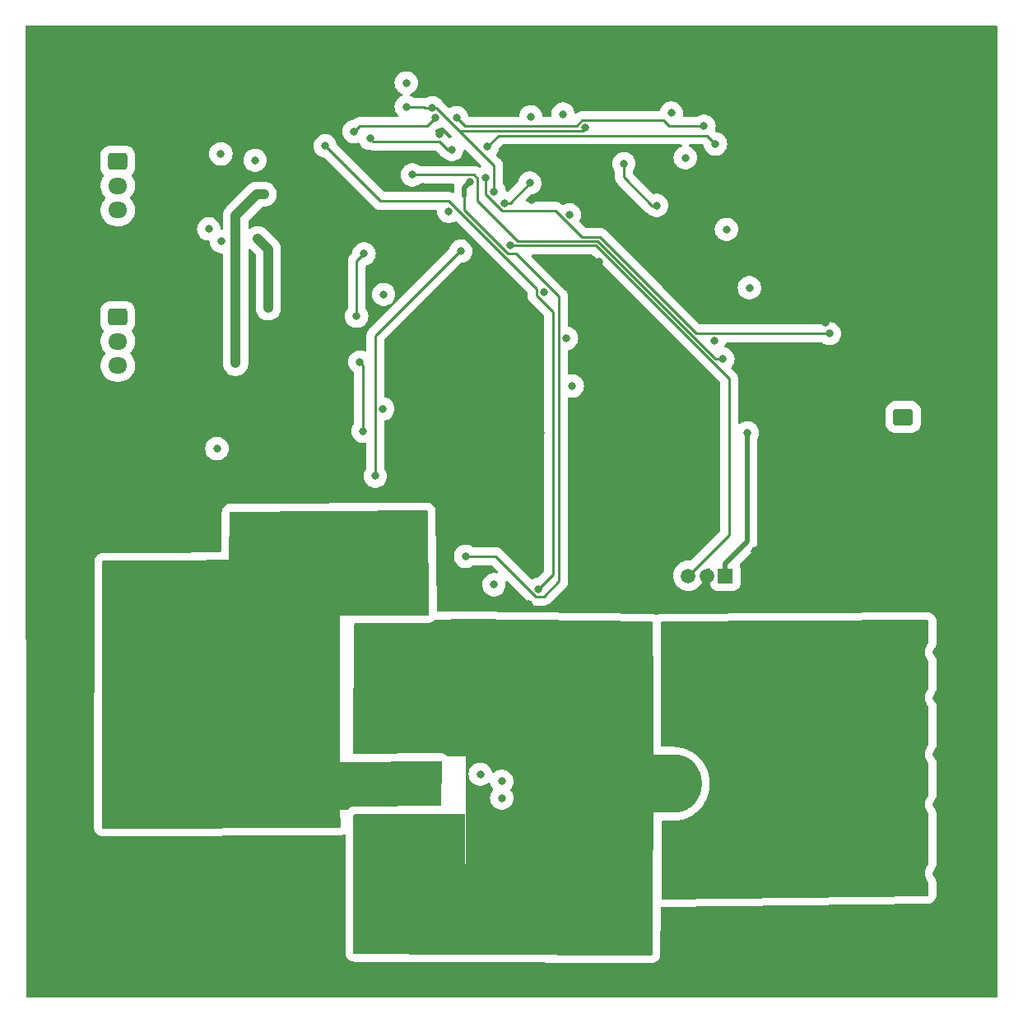
<source format=gbr>
%TF.GenerationSoftware,KiCad,Pcbnew,8.0.3*%
%TF.CreationDate,2024-07-08T19:31:20+01:00*%
%TF.ProjectId,PA_Power,50415f50-6f77-4657-922e-6b696361645f,rev?*%
%TF.SameCoordinates,Original*%
%TF.FileFunction,Copper,L4,Bot*%
%TF.FilePolarity,Positive*%
%FSLAX46Y46*%
G04 Gerber Fmt 4.6, Leading zero omitted, Abs format (unit mm)*
G04 Created by KiCad (PCBNEW 8.0.3) date 2024-07-08 19:31:20*
%MOMM*%
%LPD*%
G01*
G04 APERTURE LIST*
G04 Aperture macros list*
%AMRoundRect*
0 Rectangle with rounded corners*
0 $1 Rounding radius*
0 $2 $3 $4 $5 $6 $7 $8 $9 X,Y pos of 4 corners*
0 Add a 4 corners polygon primitive as box body*
4,1,4,$2,$3,$4,$5,$6,$7,$8,$9,$2,$3,0*
0 Add four circle primitives for the rounded corners*
1,1,$1+$1,$2,$3*
1,1,$1+$1,$4,$5*
1,1,$1+$1,$6,$7*
1,1,$1+$1,$8,$9*
0 Add four rect primitives between the rounded corners*
20,1,$1+$1,$2,$3,$4,$5,0*
20,1,$1+$1,$4,$5,$6,$7,0*
20,1,$1+$1,$6,$7,$8,$9,0*
20,1,$1+$1,$8,$9,$2,$3,0*%
%AMHorizOval*
0 Thick line with rounded ends*
0 $1 width*
0 $2 $3 position (X,Y) of the first rounded end (center of the circle)*
0 $4 $5 position (X,Y) of the second rounded end (center of the circle)*
0 Add line between two ends*
20,1,$1,$2,$3,$4,$5,0*
0 Add two circle primitives to create the rounded ends*
1,1,$1,$2,$3*
1,1,$1,$4,$5*%
G04 Aperture macros list end*
%TA.AperFunction,ComponentPad*%
%ADD10C,5.600000*%
%TD*%
%TA.AperFunction,ComponentPad*%
%ADD11O,1.950000X1.700000*%
%TD*%
%TA.AperFunction,ComponentPad*%
%ADD12RoundRect,0.250000X-0.725000X0.600000X-0.725000X-0.600000X0.725000X-0.600000X0.725000X0.600000X0*%
%TD*%
%TA.AperFunction,HeatsinkPad*%
%ADD13C,0.500000*%
%TD*%
%TA.AperFunction,HeatsinkPad*%
%ADD14R,1.800000X2.500000*%
%TD*%
%TA.AperFunction,ComponentPad*%
%ADD15O,2.000000X1.700000*%
%TD*%
%TA.AperFunction,ComponentPad*%
%ADD16RoundRect,0.250000X0.750000X-0.600000X0.750000X0.600000X-0.750000X0.600000X-0.750000X-0.600000X0*%
%TD*%
%TA.AperFunction,ComponentPad*%
%ADD17C,1.524000*%
%TD*%
%TA.AperFunction,ComponentPad*%
%ADD18C,2.500000*%
%TD*%
%TA.AperFunction,SMDPad,CuDef*%
%ADD19R,11.800000X25.800000*%
%TD*%
%TA.AperFunction,ComponentPad*%
%ADD20HorizOval,0.800000X0.000000X0.000000X0.000000X0.000000X0*%
%TD*%
%TA.AperFunction,ComponentPad*%
%ADD21HorizOval,0.800000X0.000000X0.000000X0.000000X0.000000X0*%
%TD*%
%TA.AperFunction,ComponentPad*%
%ADD22C,0.800000*%
%TD*%
%TA.AperFunction,ComponentPad*%
%ADD23O,9.000000X6.000000*%
%TD*%
%TA.AperFunction,ComponentPad*%
%ADD24C,1.500000*%
%TD*%
%TA.AperFunction,ComponentPad*%
%ADD25R,1.500000X1.500000*%
%TD*%
%TA.AperFunction,SMDPad,CuDef*%
%ADD26R,11.800000X13.800000*%
%TD*%
%TA.AperFunction,ViaPad*%
%ADD27C,1.000000*%
%TD*%
%TA.AperFunction,ViaPad*%
%ADD28C,0.800000*%
%TD*%
%TA.AperFunction,Conductor*%
%ADD29C,0.500000*%
%TD*%
%TA.AperFunction,Conductor*%
%ADD30C,0.250000*%
%TD*%
%TA.AperFunction,Conductor*%
%ADD31C,1.000000*%
%TD*%
G04 APERTURE END LIST*
D10*
%TO.P,H5,1,1*%
%TO.N,GND*%
X119000000Y-70000000D03*
%TD*%
D11*
%TO.P,J5,4,Pin_4*%
%TO.N,GND*%
X34500000Y-57500000D03*
%TO.P,J5,3,Pin_3*%
%TO.N,Net-(D8-A1)*%
X34500000Y-55000000D03*
%TO.P,J5,2,Pin_2*%
%TO.N,Net-(D7-A1)*%
X34500000Y-52500000D03*
D12*
%TO.P,J5,1,Pin_1*%
%TO.N,Net-(D6-A1)*%
X34500000Y-50000000D03*
%TD*%
D11*
%TO.P,J6,4,Pin_4*%
%TO.N,GND*%
X34500000Y-41500000D03*
%TO.P,J6,3,Pin_3*%
%TO.N,Net-(D8-A1)*%
X34500000Y-39000000D03*
%TO.P,J6,2,Pin_2*%
%TO.N,Net-(D7-A1)*%
X34500000Y-36500000D03*
D12*
%TO.P,J6,1,Pin_1*%
%TO.N,Net-(D6-A1)*%
X34500000Y-34000000D03*
%TD*%
D13*
%TO.P,U3,9,EP*%
%TO.N,GND*%
X92620000Y-62390000D03*
X92620000Y-61390000D03*
X92620000Y-60390000D03*
D14*
X91970000Y-61390000D03*
D13*
X91320000Y-62390000D03*
X91320000Y-61390000D03*
X91320000Y-60390000D03*
%TD*%
D15*
%TO.P,J7,2,Pin_2*%
%TO.N,GND*%
X115300000Y-57790000D03*
D16*
%TO.P,J7,1,Pin_1*%
%TO.N,Net-(D9-A1)*%
X115300000Y-60290000D03*
%TD*%
D17*
%TO.P,J4,1,Pin_1*%
%TO.N,Net-(D5-A1)*%
X116121400Y-89560000D03*
X116121400Y-84060000D03*
X116000000Y-107033800D03*
X116000000Y-101533800D03*
X116000000Y-96033800D03*
D18*
X114701400Y-92560000D03*
X114701400Y-86560000D03*
X114580000Y-104533800D03*
X114580000Y-98533800D03*
D17*
X113871400Y-89560000D03*
X113871400Y-84060000D03*
X113750000Y-107033800D03*
X113750000Y-101533800D03*
X113750000Y-96033800D03*
X111621400Y-89560000D03*
X111621400Y-84060000D03*
X111500000Y-107033800D03*
X111500000Y-101533800D03*
X111500000Y-96033800D03*
D19*
X111500000Y-95533800D03*
D18*
X109621400Y-92560000D03*
X109621400Y-86560000D03*
X109500000Y-104533800D03*
X109500000Y-98533800D03*
D17*
X109371400Y-89560000D03*
X109371400Y-84060000D03*
X109250000Y-107033800D03*
X109250000Y-101533800D03*
X109250000Y-96033800D03*
X107121400Y-89560000D03*
X107121400Y-84060000D03*
X107000000Y-107033800D03*
X107000000Y-101533800D03*
X107000000Y-96033800D03*
%TD*%
D10*
%TO.P,H2,1,1*%
%TO.N,GND*%
X31000000Y-70000000D03*
%TD*%
D17*
%TO.P,J1,1,Pin_1*%
%TO.N,Net-(D1-A1)*%
X44500000Y-87630000D03*
X44500000Y-82130000D03*
X44500000Y-76630000D03*
X44378600Y-99603800D03*
X44378600Y-94103800D03*
X42250000Y-87630000D03*
X42250000Y-82130000D03*
X42250000Y-76630000D03*
X42128600Y-99603800D03*
X42128600Y-94103800D03*
D18*
X42000000Y-85130000D03*
X42000000Y-79130000D03*
X41878600Y-97103800D03*
X41878600Y-91103800D03*
D19*
X40000000Y-88130000D03*
D17*
X40000000Y-87630000D03*
X40000000Y-82130000D03*
X40000000Y-76630000D03*
X39878600Y-99603800D03*
X39878600Y-94103800D03*
X37750000Y-87630000D03*
X37750000Y-82130000D03*
X37750000Y-76630000D03*
X37628600Y-99603800D03*
X37628600Y-94103800D03*
D18*
X36920000Y-85130000D03*
X36920000Y-79130000D03*
X36798600Y-97103800D03*
X36798600Y-91103800D03*
D17*
X35500000Y-87630000D03*
X35500000Y-82130000D03*
X35500000Y-76630000D03*
X35378600Y-99603800D03*
X35378600Y-94103800D03*
%TD*%
D20*
%TO.P,U4,5,IP-*%
%TO.N,Net-(D5-A1)*%
X96140000Y-97390000D03*
D21*
X96140000Y-98650000D03*
D22*
X96890000Y-96360000D03*
X96890000Y-99680000D03*
X98090000Y-95970000D03*
X98090000Y-100070000D03*
X99420000Y-95970000D03*
X99420000Y-100070000D03*
D23*
X100090000Y-98020000D03*
D22*
X100760000Y-95970000D03*
X100760000Y-100070000D03*
X102090000Y-95970000D03*
X102090000Y-100070000D03*
X103290000Y-96360000D03*
X103290000Y-99680000D03*
X104040000Y-97390000D03*
X104040000Y-98650000D03*
%TO.P,U4,4,IP+*%
%TO.N,Net-(Q2-D)*%
X86140000Y-97390000D03*
X86140000Y-98650000D03*
X86890000Y-96360000D03*
X86890000Y-99680000D03*
X88090000Y-95970000D03*
X88090000Y-100070000D03*
X89420000Y-95970000D03*
X89420000Y-100070000D03*
D23*
X90090000Y-98020000D03*
D22*
X90760000Y-95970000D03*
X90760000Y-100070000D03*
X92090000Y-95970000D03*
X92090000Y-100070000D03*
X93290000Y-96360000D03*
X93290000Y-99680000D03*
D21*
X94040000Y-97390000D03*
D20*
X94040000Y-98650000D03*
D24*
%TO.P,U4,3,VIOUT*%
%TO.N,/PA_Current*%
X93180000Y-76620000D03*
%TO.P,U4,2,GND*%
%TO.N,GND*%
X95090000Y-76620000D03*
D25*
%TO.P,U4,1,VCC*%
%TO.N,+3.3V*%
X97000000Y-76620000D03*
%TD*%
D10*
%TO.P,H3,1,1*%
%TO.N,GND*%
X119000000Y-26000000D03*
%TD*%
%TO.P,H4,1,1*%
%TO.N,GND*%
X31000000Y-26000000D03*
%TD*%
D17*
%TO.P,J2,1,Pin_1*%
%TO.N,GND*%
X44500000Y-116260000D03*
X44500000Y-110760000D03*
X44500000Y-105260000D03*
X42250000Y-116260000D03*
X42250000Y-110760000D03*
X42250000Y-105260000D03*
D18*
X42000000Y-113760000D03*
X42000000Y-107760000D03*
D17*
X40000000Y-116260000D03*
X40000000Y-110760000D03*
D26*
X40000000Y-110760000D03*
D17*
X40000000Y-105260000D03*
X37750000Y-116260000D03*
X37750000Y-110760000D03*
X37750000Y-105260000D03*
D18*
X36920000Y-113760000D03*
X36920000Y-107760000D03*
D17*
X35500000Y-116260000D03*
X35500000Y-110760000D03*
X35500000Y-105260000D03*
%TD*%
D10*
%TO.P,H1,1,1*%
%TO.N,GND*%
X119000000Y-114000000D03*
%TD*%
D27*
%TO.N,Net-(D1-A1)*%
X62980000Y-77180000D03*
X62960000Y-79940000D03*
X63560000Y-74410000D03*
D28*
%TO.N,GND*%
X83980000Y-44330000D03*
X87780000Y-58360000D03*
X91930000Y-63400000D03*
X91890000Y-59420000D03*
%TO.N,Net-(J3-Pin_2)*%
X82600000Y-30545000D03*
X66849416Y-28481769D03*
X64175000Y-28385000D03*
X73220000Y-37113984D03*
%TO.N,Net-(J3-Pin_1)*%
X89930000Y-38520000D03*
X86560000Y-34230000D03*
%TO.N,+3.3V*%
X59080000Y-49920000D03*
X76980000Y-29390000D03*
X99257500Y-61930000D03*
X92877500Y-33615000D03*
X91440000Y-29010000D03*
X95836956Y-52475000D03*
X80300000Y-29120000D03*
X64180000Y-25920000D03*
X80960000Y-39490000D03*
X59830000Y-43490000D03*
X74000000Y-97760002D03*
X68554746Y-39130762D03*
X99475000Y-46992500D03*
%TO.N,GND*%
X96870000Y-46450000D03*
D27*
X103670000Y-111520000D03*
X46940000Y-116630000D03*
X118820000Y-84480000D03*
D28*
X114450000Y-43360000D03*
X107290000Y-50550000D03*
D27*
X99530000Y-111550000D03*
X123750000Y-100110000D03*
X100170000Y-79020000D03*
X26480000Y-76850000D03*
X118820000Y-100150000D03*
X122920000Y-79020000D03*
D28*
X59390000Y-28700000D03*
X115560000Y-47500000D03*
D27*
X118820000Y-89160000D03*
D28*
X65881992Y-36603008D03*
D27*
X51530000Y-108680000D03*
X115840000Y-79020000D03*
D28*
X55255000Y-21425000D03*
X79920000Y-34530000D03*
D27*
X123750000Y-94930000D03*
X56110000Y-104380000D03*
X46940000Y-112900000D03*
D28*
X111812500Y-53107546D03*
D27*
X56110000Y-116380000D03*
X118820000Y-94970000D03*
X31410000Y-115800000D03*
X56110000Y-108350000D03*
X104850000Y-79020000D03*
X80230000Y-79600000D03*
D28*
X99810000Y-36320000D03*
D27*
X51530000Y-104380000D03*
D28*
X106687142Y-46290658D03*
D27*
X104810000Y-74090000D03*
X123750000Y-89120000D03*
X115800000Y-74090000D03*
D28*
X78020000Y-61910000D03*
D27*
X123750000Y-107190000D03*
D28*
X77080000Y-38005000D03*
D27*
X122880000Y-74090000D03*
X31410000Y-87300000D03*
X110660000Y-79020000D03*
X83470000Y-79580000D03*
X123750000Y-84440000D03*
X26480000Y-99600000D03*
D28*
X86850000Y-62190000D03*
X115160000Y-33440000D03*
D27*
X31410000Y-99560000D03*
X91480000Y-111720000D03*
X76750000Y-79590000D03*
D28*
X67591212Y-31165014D03*
D27*
X72550000Y-117890000D03*
X31410000Y-81490000D03*
X31410000Y-92480000D03*
X31410000Y-76810000D03*
X26480000Y-111020000D03*
X56110000Y-112650000D03*
X51530000Y-116570000D03*
X86020000Y-79590000D03*
X26480000Y-87340000D03*
X100130000Y-74090000D03*
D28*
X101987500Y-45492500D03*
D27*
X118820000Y-107230000D03*
D28*
X78352233Y-47438859D03*
D27*
X26480000Y-81530000D03*
D28*
X109190000Y-45430000D03*
D27*
X46940000Y-104440000D03*
X110620000Y-74090000D03*
X91480000Y-115620000D03*
X31410000Y-110980000D03*
X46940000Y-108740000D03*
X51530000Y-112840000D03*
X26480000Y-105630000D03*
X88540000Y-79560000D03*
X26480000Y-115840000D03*
X99530000Y-114390000D03*
X26480000Y-92520000D03*
X31410000Y-105590000D03*
D28*
X53970000Y-47070000D03*
%TO.N,/PA_Current*%
X74898287Y-42660699D03*
%TO.N,/PA_Voltage*%
X76880000Y-36220000D03*
X60990000Y-66370000D03*
X74257412Y-38268604D03*
X69770000Y-43230000D03*
%TO.N,/Vgg_Voltage*%
X107710000Y-51700000D03*
X72294156Y-35706937D03*
%TO.N,+12V*%
X61844364Y-47680508D03*
X97110000Y-40990000D03*
X80655000Y-52188161D03*
X61765000Y-59450000D03*
%TO.N,/Vgg_On*%
X94810000Y-30380000D03*
X67190000Y-29475000D03*
X69340000Y-29475000D03*
X58815000Y-30925000D03*
D27*
%TO.N,Net-(D1-A1)*%
X56110000Y-91340000D03*
X56130000Y-83830000D03*
X51610000Y-77310000D03*
X46910000Y-96390000D03*
X51550000Y-83690000D03*
X65700000Y-70550000D03*
X51610000Y-70840000D03*
X47010000Y-99870000D03*
D28*
X62790000Y-99760000D03*
X62820000Y-98680000D03*
D27*
X46960000Y-83750000D03*
X56110000Y-86810000D03*
X46810000Y-80090000D03*
X51600000Y-99810000D03*
X51610000Y-80100000D03*
X51500000Y-96330000D03*
X51610000Y-74410000D03*
D28*
X66640000Y-99820000D03*
X66730000Y-96660000D03*
D27*
X56290000Y-77200000D03*
X46810000Y-77300000D03*
X60980000Y-70670000D03*
X46940000Y-86960000D03*
X51530000Y-86900000D03*
D28*
X59700000Y-99740000D03*
D27*
X46810000Y-70830000D03*
X60980000Y-79930000D03*
X56290000Y-70730000D03*
X46940000Y-91500000D03*
X56290000Y-74410000D03*
X56290000Y-79990000D03*
X56110000Y-99850000D03*
X46810000Y-74410000D03*
X51530000Y-91440000D03*
X56110000Y-96400000D03*
X65610000Y-74410000D03*
D28*
X62820000Y-97660000D03*
X59800000Y-96650000D03*
X66650000Y-98770000D03*
X66700000Y-97690000D03*
X62900000Y-96580000D03*
X59710000Y-98260000D03*
D27*
X60980000Y-77140000D03*
X60980000Y-74410000D03*
%TO.N,Net-(D5-A1)*%
X103670000Y-108690000D03*
X91520000Y-85790000D03*
X104120000Y-85890000D03*
X99330000Y-89380000D03*
X104120000Y-89480000D03*
X91710000Y-93350000D03*
X103670000Y-105570000D03*
X95390000Y-85720000D03*
X104120000Y-82010000D03*
X99330000Y-85790000D03*
X95300000Y-81980000D03*
X91490000Y-82070000D03*
X95210000Y-89410000D03*
X91480000Y-105640000D03*
X91480000Y-102360000D03*
X95080000Y-102310000D03*
X99530000Y-108720000D03*
X104120000Y-93320000D03*
X103670000Y-102200000D03*
X95240000Y-93280000D03*
X91550000Y-89440000D03*
X91480000Y-108990000D03*
X99330000Y-81910000D03*
X99530000Y-105600000D03*
X99330000Y-93220000D03*
X95080000Y-105490000D03*
X99530000Y-102230000D03*
D28*
%TO.N,Net-(D7-A1)*%
X43860965Y-40940966D03*
X45110000Y-33220000D03*
%TO.N,Net-(D8-A1)*%
X45190000Y-42240000D03*
X48620000Y-33880000D03*
D27*
%TO.N,Net-(Q2-D)*%
X84890000Y-114280000D03*
X76620000Y-82370000D03*
X76560000Y-88200000D03*
D28*
X67278654Y-84578654D03*
X67000000Y-108310000D03*
X61270000Y-108310000D03*
D27*
X84940000Y-88200000D03*
X85080000Y-103080000D03*
D28*
X72200000Y-108240000D03*
X72320000Y-84640000D03*
D27*
X77280000Y-100440000D03*
D28*
X62670000Y-92860000D03*
X66980000Y-93030000D03*
D27*
X77050000Y-108140000D03*
X77280000Y-103360000D03*
X89000000Y-94010000D03*
D28*
X66980000Y-88920000D03*
X62590000Y-89040000D03*
D27*
X85980000Y-82370000D03*
X80690000Y-114610000D03*
X81060000Y-103220000D03*
X84990000Y-94010000D03*
X80640000Y-94010000D03*
X88960000Y-88200000D03*
D28*
X72140000Y-103810000D03*
X61720000Y-113060000D03*
D27*
X76650000Y-94010000D03*
D28*
X72600000Y-89060000D03*
D27*
X88530000Y-114280000D03*
X83460000Y-82370000D03*
X88580000Y-108280000D03*
D28*
X72140000Y-112960000D03*
D27*
X76670000Y-114890000D03*
X88530000Y-82370000D03*
X80240000Y-82370000D03*
X88770000Y-102940000D03*
X84990000Y-108420000D03*
X77090000Y-96560000D03*
D28*
X67130000Y-103710000D03*
X62570000Y-84780000D03*
D27*
X81110000Y-108180000D03*
D28*
X66970000Y-112840000D03*
X72720000Y-92650000D03*
X61510000Y-103600000D03*
D27*
X80370000Y-88200000D03*
D28*
%TO.N,Net-(U5-AIN3)*%
X70748814Y-36112798D03*
X70280000Y-74610000D03*
X74000000Y-99480000D03*
%TO.N,Net-(U3-EN)*%
X81245000Y-57090000D03*
X44690000Y-63540000D03*
%TO.N,Net-(C11-Pad1)*%
X59410000Y-54640000D03*
X59730000Y-61740000D03*
%TO.N,Net-(C16-Pad1)*%
X48890000Y-41940000D03*
X49980000Y-49060000D03*
%TO.N,Net-(C21-Pad1)*%
X49520000Y-37370000D03*
X46620000Y-54770000D03*
%TO.N,/HV_On*%
X55830000Y-32390000D03*
X77769858Y-78020318D03*
%TO.N,/Vgg Cntrl*%
X95985005Y-32194995D03*
X60449968Y-31641242D03*
X68873008Y-32766992D03*
X72528008Y-32471992D03*
%TO.N,/12V_Good*%
X96740000Y-54316992D03*
X64801992Y-35378008D03*
%TO.N,Net-(D2-A)*%
X73193603Y-77533603D03*
X71790000Y-97040000D03*
%TD*%
D29*
%TO.N,+3.3V*%
X99257500Y-73112500D02*
X99257500Y-61930000D01*
X97000000Y-75370000D02*
X99257500Y-73112500D01*
X97000000Y-76620000D02*
X97000000Y-75370000D01*
D30*
%TO.N,/HV_On*%
X68542187Y-38082797D02*
X77577233Y-47117843D01*
X55830000Y-32390000D02*
X61522797Y-38082797D01*
X61522797Y-38082797D02*
X68542187Y-38082797D01*
%TO.N,Net-(U5-AIN3)*%
X70163899Y-39022327D02*
X70163899Y-37507797D01*
X74577271Y-43435699D02*
X70163899Y-39022327D01*
X79880000Y-47879188D02*
X75436511Y-43435699D01*
X79880000Y-77200000D02*
X79880000Y-47879188D01*
%TO.N,/HV_On*%
X79280000Y-76510176D02*
X77769858Y-78020318D01*
%TO.N,Net-(U5-AIN3)*%
X78334682Y-78745318D02*
X79880000Y-77200000D01*
%TO.N,/HV_On*%
X77577233Y-47117843D02*
X77577233Y-47759875D01*
%TO.N,Net-(U5-AIN3)*%
X73334235Y-74610000D02*
X77469553Y-78745318D01*
X70280000Y-74610000D02*
X73334235Y-74610000D01*
%TO.N,/HV_On*%
X77577233Y-47759875D02*
X79280000Y-49462642D01*
%TO.N,Net-(U5-AIN3)*%
X75436511Y-43435699D02*
X74577271Y-43435699D01*
X77469553Y-78745318D02*
X78334682Y-78745318D01*
%TO.N,/HV_On*%
X79280000Y-49462642D02*
X79280000Y-76510176D01*
%TO.N,/12V_Good*%
X95986992Y-54316992D02*
X96740000Y-54316992D01*
X93856396Y-52190000D02*
X93860000Y-52190000D01*
X93860000Y-52190000D02*
X95986992Y-54316992D01*
X83877095Y-42210699D02*
X93856396Y-52190000D01*
X71523814Y-38087418D02*
X75647095Y-42210699D01*
X71110040Y-35378008D02*
X71523814Y-35791782D01*
X64801992Y-35378008D02*
X71110040Y-35378008D01*
X71523814Y-35791782D02*
X71523814Y-38087418D01*
X75647095Y-42210699D02*
X83877095Y-42210699D01*
%TO.N,/PA_Current*%
X74898287Y-42660699D02*
X83690699Y-42660699D01*
X83690699Y-42660699D02*
X97390000Y-56360000D01*
%TO.N,/Vgg_Voltage*%
X73993808Y-39081016D02*
X72294156Y-37381364D01*
X79523808Y-39081016D02*
X73993808Y-39081016D01*
X82203491Y-41760699D02*
X79523808Y-39081016D01*
%TO.N,/PA_Current*%
X97390000Y-56360000D02*
X97390000Y-72410000D01*
%TO.N,/Vgg_Voltage*%
X84063491Y-41760699D02*
X82203491Y-41760699D01*
X94002792Y-51700000D02*
X84063491Y-41760699D01*
X107710000Y-51700000D02*
X94002792Y-51700000D01*
X72294156Y-37381364D02*
X72294156Y-35706937D01*
%TO.N,/PA_Current*%
X97390000Y-72410000D02*
X93180000Y-76620000D01*
%TO.N,Net-(J3-Pin_2)*%
X64175000Y-28385000D02*
X65965000Y-28385000D01*
X82285000Y-30860000D02*
X82600000Y-30545000D01*
X66849416Y-28481769D02*
X67251769Y-28481769D01*
X69630000Y-30860000D02*
X82285000Y-30860000D01*
X66061769Y-28481769D02*
X66849416Y-28481769D01*
X67251769Y-28481769D02*
X73220000Y-34450000D01*
X65965000Y-28385000D02*
X66061769Y-28481769D01*
X73220000Y-34450000D02*
X73220000Y-37113984D01*
%TO.N,Net-(J3-Pin_1)*%
X89450000Y-38520000D02*
X86720000Y-35790000D01*
X89930000Y-38520000D02*
X89450000Y-38520000D01*
X86720000Y-35790000D02*
X86560000Y-35630000D01*
X86560000Y-35630000D02*
X86560000Y-34230000D01*
%TO.N,+3.3V*%
X59080000Y-44240000D02*
X59830000Y-43490000D01*
X59080000Y-49920000D02*
X59080000Y-44250000D01*
X59080000Y-44250000D02*
X59080000Y-44240000D01*
D31*
%TO.N,GND*%
X32130000Y-57500000D02*
X34500000Y-57500000D01*
X29000000Y-54370000D02*
X32130000Y-57500000D01*
X29000000Y-24000000D02*
X29000000Y-54370000D01*
D30*
%TO.N,/PA_Voltage*%
X60990000Y-51920000D02*
X60990000Y-66370000D01*
X76880000Y-36220000D02*
X74831396Y-38268604D01*
X74831396Y-38268604D02*
X74257412Y-38268604D01*
X69680000Y-43230000D02*
X60990000Y-51920000D01*
X69770000Y-43230000D02*
X69680000Y-43230000D01*
D29*
%TO.N,+12V*%
X61930000Y-47766144D02*
X61844364Y-47680508D01*
D30*
%TO.N,/Vgg_On*%
X81688984Y-30360000D02*
X70225000Y-30360000D01*
X91233984Y-30360000D02*
X90643984Y-29770000D01*
X59380000Y-30360000D02*
X66305000Y-30360000D01*
X90643984Y-29770000D02*
X82278984Y-29770000D01*
X70225000Y-30360000D02*
X69340000Y-29475000D01*
X66305000Y-30360000D02*
X67190000Y-29475000D01*
X58815000Y-30925000D02*
X59380000Y-30360000D01*
X94790000Y-30360000D02*
X91233984Y-30360000D01*
X82278984Y-29770000D02*
X81688984Y-30360000D01*
D29*
%TO.N,Net-(U5-AIN3)*%
X70163899Y-36697713D02*
X70163899Y-37507797D01*
X70748814Y-36112798D02*
X70163899Y-36697713D01*
D30*
%TO.N,Net-(C11-Pad1)*%
X59730000Y-54960000D02*
X59410000Y-54640000D01*
X59730000Y-61740000D02*
X59730000Y-55260000D01*
X59730000Y-55260000D02*
X59730000Y-54960000D01*
D31*
%TO.N,Net-(C16-Pad1)*%
X49980000Y-43010000D02*
X48910000Y-41940000D01*
X49980000Y-49060000D02*
X49980000Y-43010000D01*
X48910000Y-41940000D02*
X48890000Y-41940000D01*
%TO.N,Net-(C21-Pad1)*%
X48790000Y-37370000D02*
X49520000Y-37370000D01*
X46620000Y-39540000D02*
X48790000Y-37370000D01*
X46620000Y-54770000D02*
X46620000Y-39540000D01*
D30*
%TO.N,/Vgg Cntrl*%
X67586396Y-31940000D02*
X68413388Y-32766992D01*
X68413388Y-32766992D02*
X68873008Y-32766992D01*
X95985005Y-32194995D02*
X95110010Y-31320000D01*
X60449968Y-31641242D02*
X60748726Y-31940000D01*
X73680000Y-31320000D02*
X72528008Y-32471992D01*
X95110010Y-31320000D02*
X73680000Y-31320000D01*
X60748726Y-31940000D02*
X67586396Y-31940000D01*
%TD*%
%TA.AperFunction,Conductor*%
%TO.N,Net-(D1-A1)*%
G36*
X66324130Y-69910040D02*
G01*
X66370221Y-69962551D01*
X66381745Y-70013021D01*
X66529873Y-80451070D01*
X66528843Y-80468868D01*
X66514068Y-80582143D01*
X66485878Y-80646073D01*
X66427600Y-80684614D01*
X66391230Y-80690105D01*
X57342549Y-80698863D01*
X57330000Y-74920000D01*
X45919935Y-75013270D01*
X45988295Y-70141480D01*
X46008918Y-70074726D01*
X46062359Y-70029716D01*
X46111490Y-70019225D01*
X66256967Y-69890784D01*
X66324130Y-69910040D01*
G37*
%TD.AperFunction*%
%TD*%
%TA.AperFunction,Conductor*%
%TO.N,Net-(D1-A1)*%
G36*
X57342549Y-80698863D02*
G01*
X57342549Y-80698864D01*
X57375350Y-95803802D01*
X57385942Y-100681363D01*
X57385941Y-100681364D01*
X57389730Y-102426034D01*
X57370191Y-102493116D01*
X57317486Y-102538985D01*
X57266033Y-102550303D01*
X32974574Y-102609695D01*
X32907487Y-102590174D01*
X32861603Y-102537482D01*
X32850271Y-102485425D01*
X32909729Y-75174135D01*
X32929560Y-75107142D01*
X32982463Y-75061502D01*
X33034137Y-75050409D01*
X33847776Y-75053089D01*
X38979959Y-75070000D01*
X38979970Y-75069999D01*
X38980000Y-75070000D01*
X57330000Y-74920000D01*
X57342549Y-80698863D01*
G37*
%TD.AperFunction*%
%TD*%
%TA.AperFunction,Conductor*%
%TO.N,Net-(Q2-D)*%
G36*
X70210000Y-115569999D02*
G01*
X58853460Y-115520537D01*
X58786507Y-115500560D01*
X58740982Y-115447558D01*
X58730000Y-115396538D01*
X58730000Y-101283360D01*
X58749685Y-101216321D01*
X58802489Y-101170566D01*
X58853356Y-101159362D01*
X70251977Y-101100454D01*
X70210000Y-115569999D01*
G37*
%TD.AperFunction*%
%TD*%
%TA.AperFunction,Conductor*%
%TO.N,Net-(Q2-D)*%
G36*
X70309999Y-81100008D02*
G01*
X70309998Y-81100453D01*
X70269181Y-95170184D01*
X70269180Y-95170185D01*
X70269181Y-95170185D01*
X68479212Y-95180967D01*
X68412055Y-95161686D01*
X68390925Y-95144791D01*
X68342181Y-95096203D01*
X68342177Y-95096200D01*
X68194374Y-94992810D01*
X68194372Y-94992809D01*
X68027286Y-94924908D01*
X68027281Y-94924906D01*
X68027275Y-94924904D01*
X67994626Y-94915734D01*
X67960004Y-94906010D01*
X67912169Y-94894142D01*
X67816003Y-94884454D01*
X67732705Y-94876063D01*
X67732699Y-94876063D01*
X58809271Y-94981330D01*
X58742004Y-94962438D01*
X58695629Y-94910177D01*
X58683814Y-94856107D01*
X58815274Y-81625584D01*
X58835624Y-81558745D01*
X58888880Y-81513517D01*
X58939145Y-81502818D01*
X66392010Y-81495605D01*
X66511478Y-81486579D01*
X66547848Y-81481088D01*
X66711281Y-81438507D01*
X66871926Y-81356481D01*
X66930204Y-81317940D01*
X67008908Y-81258666D01*
X67107867Y-81152844D01*
X67168032Y-81117326D01*
X67197888Y-81113542D01*
X70308988Y-81100004D01*
X70309999Y-81100008D01*
G37*
%TD.AperFunction*%
%TD*%
%TA.AperFunction,Conductor*%
%TO.N,GND*%
G36*
X67955816Y-30498076D02*
G01*
X67974715Y-30513570D01*
X68819420Y-31358275D01*
X68852905Y-31419598D01*
X68847921Y-31489290D01*
X68806049Y-31545223D01*
X68754524Y-31567845D01*
X68623792Y-31592283D01*
X68554277Y-31585252D01*
X68513326Y-31558075D01*
X68176371Y-31221119D01*
X68176363Y-31221113D01*
X68024787Y-31119833D01*
X68024783Y-31119831D01*
X67856358Y-31050068D01*
X67856348Y-31050065D01*
X67677552Y-31014500D01*
X67677550Y-31014500D01*
X67258717Y-31014500D01*
X67191678Y-30994815D01*
X67145923Y-30942011D01*
X67135979Y-30872853D01*
X67165004Y-30809297D01*
X67171021Y-30802833D01*
X67270542Y-30703312D01*
X67331861Y-30669830D01*
X67335347Y-30669124D01*
X67519940Y-30634618D01*
X67727401Y-30554247D01*
X67821758Y-30495823D01*
X67889117Y-30477268D01*
X67955816Y-30498076D01*
G37*
%TD.AperFunction*%
%TA.AperFunction,Conductor*%
G36*
X124943039Y-20019685D02*
G01*
X124988794Y-20072489D01*
X125000000Y-20124000D01*
X125000000Y-119876000D01*
X124980315Y-119943039D01*
X124927511Y-119988794D01*
X124876000Y-120000000D01*
X50055000Y-120000000D01*
X25183888Y-119990049D01*
X25116857Y-119970338D01*
X25071123Y-119917515D01*
X25059938Y-119866111D01*
X25058233Y-116457428D01*
X25051245Y-102483670D01*
X32044773Y-102483670D01*
X32063202Y-102656760D01*
X32074528Y-102708784D01*
X32084781Y-102750503D01*
X32151660Y-102918025D01*
X32254134Y-103066453D01*
X32254146Y-103066469D01*
X32299999Y-103119125D01*
X32300023Y-103119152D01*
X32369148Y-103189358D01*
X32369151Y-103189361D01*
X32515970Y-103294123D01*
X32515976Y-103294127D01*
X32682436Y-103363597D01*
X32749523Y-103383118D01*
X32797254Y-103395435D01*
X32976543Y-103415193D01*
X57268002Y-103355801D01*
X57439080Y-103336995D01*
X57490533Y-103325677D01*
X57530289Y-103315867D01*
X57697826Y-103249036D01*
X57730081Y-103226780D01*
X57796437Y-103204912D01*
X57864085Y-103222389D01*
X57911546Y-103273665D01*
X57924500Y-103328845D01*
X57924500Y-115396539D01*
X57942536Y-115566038D01*
X57953516Y-115617052D01*
X57962734Y-115655307D01*
X58028471Y-115823268D01*
X58028474Y-115823274D01*
X58092928Y-115918001D01*
X58129941Y-115972400D01*
X58129943Y-115972403D01*
X58129945Y-115972405D01*
X58129948Y-115972410D01*
X58175452Y-116025387D01*
X58175478Y-116025416D01*
X58244096Y-116096061D01*
X58244102Y-116096066D01*
X58244104Y-116096068D01*
X58390217Y-116201833D01*
X58556200Y-116272434D01*
X58623153Y-116292411D01*
X58670801Y-116305053D01*
X58849952Y-116326029D01*
X70206244Y-116375489D01*
X70206243Y-116375511D01*
X70206344Y-116375489D01*
X86786415Y-116461487D01*
X89361960Y-116474846D01*
X89361960Y-116474845D01*
X89361976Y-116474846D01*
X89532809Y-116457428D01*
X89584239Y-116446552D01*
X89623717Y-116437159D01*
X89791821Y-116371767D01*
X89941159Y-116270608D01*
X89994255Y-116225193D01*
X90065077Y-116156686D01*
X90171141Y-116010791D01*
X90242081Y-115844952D01*
X90262195Y-115778040D01*
X90274933Y-115730426D01*
X90296277Y-115551319D01*
X90326522Y-110834269D01*
X90346636Y-110767360D01*
X90399732Y-110721945D01*
X90462918Y-110711689D01*
X90584774Y-110723938D01*
X117797212Y-110396913D01*
X117893165Y-110385729D01*
X117963341Y-110377551D01*
X117963342Y-110377550D01*
X117963348Y-110377550D01*
X118013330Y-110366371D01*
X118048362Y-110357707D01*
X118216067Y-110291297D01*
X118364789Y-110189235D01*
X118417609Y-110143499D01*
X118488015Y-110074565D01*
X118593193Y-109928029D01*
X118663127Y-109761764D01*
X118682835Y-109694732D01*
X118695284Y-109647040D01*
X118715543Y-109467807D01*
X118715984Y-108211360D01*
X118711383Y-108125108D01*
X118708549Y-108098706D01*
X118682796Y-107965633D01*
X118614620Y-107798639D01*
X118581135Y-107737316D01*
X118581128Y-107737303D01*
X118556204Y-107694805D01*
X118556203Y-107694804D01*
X118556201Y-107694800D01*
X118443740Y-107553777D01*
X118443724Y-107553761D01*
X118442570Y-107552469D01*
X118433458Y-107540968D01*
X118395902Y-107487332D01*
X118385095Y-107468614D01*
X118357657Y-107409773D01*
X118350264Y-107389461D01*
X118333464Y-107326762D01*
X118329711Y-107305474D01*
X118324054Y-107240803D01*
X118324054Y-107219192D01*
X118329711Y-107154522D01*
X118333463Y-107133240D01*
X118350264Y-107070533D01*
X118357657Y-107050224D01*
X118385098Y-106991377D01*
X118395896Y-106972674D01*
X118433351Y-106919182D01*
X118443427Y-106906857D01*
X118443324Y-106906765D01*
X118501942Y-106841517D01*
X118501961Y-106841496D01*
X118518571Y-106820892D01*
X118594326Y-106708823D01*
X118664260Y-106542558D01*
X118683968Y-106475526D01*
X118696417Y-106427835D01*
X118716676Y-106248601D01*
X118718475Y-101133851D01*
X118713874Y-101047599D01*
X118711040Y-101021197D01*
X118685287Y-100888124D01*
X118617111Y-100721130D01*
X118583626Y-100659807D01*
X118583619Y-100659794D01*
X118558695Y-100617296D01*
X118558694Y-100617295D01*
X118558692Y-100617291D01*
X118446231Y-100476268D01*
X118443911Y-100473672D01*
X118444065Y-100473533D01*
X118433138Y-100460511D01*
X118395902Y-100407332D01*
X118385095Y-100388614D01*
X118357657Y-100329773D01*
X118350264Y-100309461D01*
X118344694Y-100288674D01*
X118333463Y-100246759D01*
X118329711Y-100225474D01*
X118327607Y-100201425D01*
X118324054Y-100160801D01*
X118324054Y-100139192D01*
X118329711Y-100074522D01*
X118333463Y-100053240D01*
X118350264Y-99990533D01*
X118357657Y-99970224D01*
X118385098Y-99911377D01*
X118395898Y-99892670D01*
X118433136Y-99839488D01*
X118445870Y-99824320D01*
X118445817Y-99824272D01*
X118445823Y-99824265D01*
X118445790Y-99824234D01*
X118446883Y-99823079D01*
X118446926Y-99823037D01*
X118504466Y-99758989D01*
X118521076Y-99738384D01*
X118596819Y-99626330D01*
X118666753Y-99460065D01*
X118686461Y-99393033D01*
X118698910Y-99345342D01*
X118719169Y-99166108D01*
X118720298Y-95955674D01*
X118715697Y-95869422D01*
X118712863Y-95843020D01*
X118687110Y-95709947D01*
X118618934Y-95542953D01*
X118585449Y-95481630D01*
X118585442Y-95481617D01*
X118560518Y-95439119D01*
X118560517Y-95439118D01*
X118560515Y-95439114D01*
X118448054Y-95298091D01*
X118447032Y-95297069D01*
X118433138Y-95280511D01*
X118395902Y-95227332D01*
X118385095Y-95208614D01*
X118357657Y-95149773D01*
X118350264Y-95129461D01*
X118333464Y-95066762D01*
X118329711Y-95045474D01*
X118324054Y-94980803D01*
X118324054Y-94959192D01*
X118329711Y-94894522D01*
X118333463Y-94873240D01*
X118350264Y-94810533D01*
X118357657Y-94790224D01*
X118385098Y-94731377D01*
X118395898Y-94712670D01*
X118433134Y-94659492D01*
X118447040Y-94642923D01*
X118447302Y-94642660D01*
X118448750Y-94641213D01*
X118506290Y-94577165D01*
X118522900Y-94556560D01*
X118598643Y-94444506D01*
X118668577Y-94278241D01*
X118688285Y-94211209D01*
X118700734Y-94163518D01*
X118720993Y-93984284D01*
X118722342Y-90147718D01*
X118717741Y-90061466D01*
X118714907Y-90035064D01*
X118689154Y-89901991D01*
X118620978Y-89734997D01*
X118587493Y-89673674D01*
X118587486Y-89673661D01*
X118562562Y-89631163D01*
X118562561Y-89631162D01*
X118562559Y-89631158D01*
X118450098Y-89490135D01*
X118447032Y-89487069D01*
X118433138Y-89470511D01*
X118395902Y-89417332D01*
X118385095Y-89398614D01*
X118357657Y-89339773D01*
X118350264Y-89319461D01*
X118333464Y-89256762D01*
X118329711Y-89235474D01*
X118324054Y-89170803D01*
X118324054Y-89149192D01*
X118329711Y-89084522D01*
X118333463Y-89063240D01*
X118350264Y-89000533D01*
X118357657Y-88980224D01*
X118385098Y-88921377D01*
X118395893Y-88902678D01*
X118433142Y-88849480D01*
X118447040Y-88832922D01*
X118450795Y-88829168D01*
X118508335Y-88765120D01*
X118524945Y-88744515D01*
X118600688Y-88632461D01*
X118670622Y-88466196D01*
X118690330Y-88399164D01*
X118702779Y-88351473D01*
X118723038Y-88172239D01*
X118723989Y-85469365D01*
X118719388Y-85383113D01*
X118716554Y-85356711D01*
X118690801Y-85223638D01*
X118622625Y-85056644D01*
X118589140Y-84995321D01*
X118589133Y-84995308D01*
X118564209Y-84952810D01*
X118564208Y-84952809D01*
X118564206Y-84952805D01*
X118451745Y-84811782D01*
X118447032Y-84807069D01*
X118433138Y-84790511D01*
X118395902Y-84737332D01*
X118385095Y-84718614D01*
X118357657Y-84659773D01*
X118350264Y-84639461D01*
X118333464Y-84576762D01*
X118329711Y-84555474D01*
X118324054Y-84490803D01*
X118324054Y-84469192D01*
X118329711Y-84404522D01*
X118333463Y-84383240D01*
X118350264Y-84320533D01*
X118357657Y-84300224D01*
X118385098Y-84241377D01*
X118395898Y-84222670D01*
X118433134Y-84169492D01*
X118447027Y-84152934D01*
X118452443Y-84147520D01*
X118509983Y-84083472D01*
X118526593Y-84062867D01*
X118602336Y-83950813D01*
X118672270Y-83784548D01*
X118691978Y-83717516D01*
X118704427Y-83669825D01*
X118724686Y-83490592D01*
X118725456Y-81304959D01*
X118706640Y-81131592D01*
X118695171Y-81079464D01*
X118684746Y-81037484D01*
X118617427Y-80870142D01*
X118617426Y-80870140D01*
X118617425Y-80870138D01*
X118514567Y-80721985D01*
X118514566Y-80721984D01*
X118514560Y-80721975D01*
X118468538Y-80669404D01*
X118420684Y-80621058D01*
X118399217Y-80599371D01*
X118399216Y-80599370D01*
X118399214Y-80599368D01*
X118252109Y-80494988D01*
X118252106Y-80494986D01*
X118252105Y-80494986D01*
X118252103Y-80494985D01*
X118085464Y-80425959D01*
X118085458Y-80425958D01*
X118018331Y-80406618D01*
X117970574Y-80394427D01*
X117791247Y-80375144D01*
X117791239Y-80375143D01*
X117791235Y-80375143D01*
X117791232Y-80375143D01*
X117791217Y-80375142D01*
X90479681Y-80513880D01*
X90479651Y-80513881D01*
X90309306Y-80532988D01*
X90309302Y-80532989D01*
X90258047Y-80544360D01*
X90218962Y-80554062D01*
X90218950Y-80554066D01*
X90051488Y-80621058D01*
X90051478Y-80621063D01*
X89998910Y-80657409D01*
X89932573Y-80679343D01*
X89878829Y-80669077D01*
X89811552Y-80639741D01*
X89736702Y-80607102D01*
X89669936Y-80586522D01*
X89669933Y-80586521D01*
X89669926Y-80586519D01*
X89622414Y-80573451D01*
X89443462Y-80550855D01*
X76695692Y-80380008D01*
X70321809Y-80294585D01*
X70314979Y-80294523D01*
X70314002Y-80294518D01*
X70313976Y-80294510D01*
X70313925Y-80294517D01*
X70313586Y-80294516D01*
X70313059Y-80294513D01*
X70312936Y-80294513D01*
X70312188Y-80294510D01*
X70312175Y-80294510D01*
X70312161Y-80294510D01*
X70305523Y-80294511D01*
X67456200Y-80306909D01*
X67389075Y-80287516D01*
X67343091Y-80234912D01*
X67331672Y-80184673D01*
X67187164Y-70001591D01*
X67167034Y-69833713D01*
X67155510Y-69783243D01*
X67146198Y-69746472D01*
X67078660Y-69579218D01*
X66975599Y-69431187D01*
X66929508Y-69378676D01*
X66929503Y-69378670D01*
X66860101Y-69308737D01*
X66776374Y-69249491D01*
X66712861Y-69204548D01*
X66607129Y-69160912D01*
X66546127Y-69135736D01*
X66478964Y-69116480D01*
X66431197Y-69104353D01*
X66251839Y-69085300D01*
X66251814Y-69085299D01*
X46106361Y-69213740D01*
X46106334Y-69213742D01*
X45943295Y-69231482D01*
X45943266Y-69231487D01*
X45894161Y-69241973D01*
X45862159Y-69249491D01*
X45693562Y-69313601D01*
X45543461Y-69413619D01*
X45490019Y-69458629D01*
X45418685Y-69526587D01*
X45311514Y-69671666D01*
X45239305Y-69836969D01*
X45218690Y-69903698D01*
X45205581Y-69951245D01*
X45182875Y-70130167D01*
X45182874Y-70130184D01*
X45127268Y-74092971D01*
X45106645Y-74159727D01*
X45053204Y-74204737D01*
X45004294Y-74215227D01*
X38978733Y-74264483D01*
X38977310Y-74264486D01*
X33850515Y-74247592D01*
X33850125Y-74247592D01*
X33036791Y-74244912D01*
X33036788Y-74244913D01*
X32865069Y-74262852D01*
X32813388Y-74273946D01*
X32773031Y-74283705D01*
X32605206Y-74349808D01*
X32456287Y-74451608D01*
X32403396Y-74497239D01*
X32403386Y-74497247D01*
X32332881Y-74566027D01*
X32227429Y-74712372D01*
X32227428Y-74712374D01*
X32157185Y-74878516D01*
X32137358Y-74945496D01*
X32124817Y-74993182D01*
X32104231Y-75172377D01*
X32044773Y-102483670D01*
X25051245Y-102483670D01*
X25031772Y-63539999D01*
X43484357Y-63539999D01*
X43484357Y-63540000D01*
X43504884Y-63761535D01*
X43504885Y-63761537D01*
X43565769Y-63975523D01*
X43565775Y-63975538D01*
X43664938Y-64174683D01*
X43664943Y-64174691D01*
X43799020Y-64352238D01*
X43963437Y-64502123D01*
X43963439Y-64502125D01*
X44152595Y-64619245D01*
X44152596Y-64619245D01*
X44152599Y-64619247D01*
X44360060Y-64699618D01*
X44578757Y-64740500D01*
X44578759Y-64740500D01*
X44801241Y-64740500D01*
X44801243Y-64740500D01*
X45019940Y-64699618D01*
X45227401Y-64619247D01*
X45416562Y-64502124D01*
X45580981Y-64352236D01*
X45715058Y-64174689D01*
X45814229Y-63975528D01*
X45875115Y-63761536D01*
X45895643Y-63540000D01*
X45875115Y-63318464D01*
X45814229Y-63104472D01*
X45814224Y-63104461D01*
X45715061Y-62905316D01*
X45715056Y-62905308D01*
X45580979Y-62727761D01*
X45416562Y-62577876D01*
X45416560Y-62577874D01*
X45227404Y-62460754D01*
X45227398Y-62460752D01*
X45019940Y-62380382D01*
X44801243Y-62339500D01*
X44578757Y-62339500D01*
X44360060Y-62380382D01*
X44228864Y-62431207D01*
X44152601Y-62460752D01*
X44152595Y-62460754D01*
X43963439Y-62577874D01*
X43963437Y-62577876D01*
X43799020Y-62727761D01*
X43664943Y-62905308D01*
X43664938Y-62905316D01*
X43565775Y-63104461D01*
X43565769Y-63104476D01*
X43504885Y-63318462D01*
X43504884Y-63318464D01*
X43484357Y-63539999D01*
X25031772Y-63539999D01*
X25024676Y-49348395D01*
X32724500Y-49348395D01*
X32724500Y-50651604D01*
X32739699Y-50805932D01*
X32765817Y-50892031D01*
X32799768Y-51003954D01*
X32897315Y-51186450D01*
X32897317Y-51186452D01*
X33028586Y-51346406D01*
X33028588Y-51346407D01*
X33028590Y-51346410D01*
X33028687Y-51346489D01*
X33028725Y-51346545D01*
X33032893Y-51350713D01*
X33032102Y-51351503D01*
X33068024Y-51404232D01*
X33069899Y-51474076D01*
X33050345Y-51515231D01*
X32963368Y-51634945D01*
X32845422Y-51866423D01*
X32765140Y-52113506D01*
X32724500Y-52370097D01*
X32724500Y-52629902D01*
X32765140Y-52886493D01*
X32845422Y-53133576D01*
X32913613Y-53267406D01*
X32958177Y-53354868D01*
X32963368Y-53365054D01*
X33116066Y-53575225D01*
X33116071Y-53575231D01*
X33203159Y-53662319D01*
X33236644Y-53723642D01*
X33231660Y-53793334D01*
X33203159Y-53837681D01*
X33116071Y-53924768D01*
X33116066Y-53924774D01*
X32963368Y-54134945D01*
X32845422Y-54366423D01*
X32765140Y-54613506D01*
X32724500Y-54870097D01*
X32724500Y-55129902D01*
X32765140Y-55386493D01*
X32845422Y-55633576D01*
X32963368Y-55865054D01*
X33069225Y-56010754D01*
X33116069Y-56075229D01*
X33299771Y-56258931D01*
X33509949Y-56411634D01*
X33657445Y-56486787D01*
X33741423Y-56529577D01*
X33741425Y-56529577D01*
X33741428Y-56529579D01*
X33988507Y-56609860D01*
X34120706Y-56630797D01*
X34245098Y-56650500D01*
X34245103Y-56650500D01*
X34754902Y-56650500D01*
X34868298Y-56632539D01*
X35011493Y-56609860D01*
X35258572Y-56529579D01*
X35490051Y-56411634D01*
X35700229Y-56258931D01*
X35883931Y-56075229D01*
X36036634Y-55865051D01*
X36154579Y-55633572D01*
X36234860Y-55386493D01*
X36258562Y-55236840D01*
X36275500Y-55129902D01*
X36275500Y-54870097D01*
X36253947Y-54734021D01*
X36234860Y-54613507D01*
X36154579Y-54366428D01*
X36154577Y-54366425D01*
X36154577Y-54366423D01*
X36111787Y-54282445D01*
X36036634Y-54134949D01*
X35883931Y-53924771D01*
X35796841Y-53837681D01*
X35763356Y-53776358D01*
X35768340Y-53706666D01*
X35796841Y-53662319D01*
X35825903Y-53633257D01*
X35883931Y-53575229D01*
X36036634Y-53365051D01*
X36154579Y-53133572D01*
X36234860Y-52886493D01*
X36270396Y-52662124D01*
X36275500Y-52629902D01*
X36275500Y-52370097D01*
X36253947Y-52234021D01*
X36234860Y-52113507D01*
X36154579Y-51866428D01*
X36154577Y-51866425D01*
X36154577Y-51866423D01*
X36096597Y-51752633D01*
X36036634Y-51634949D01*
X35977438Y-51553472D01*
X35949655Y-51515232D01*
X35926175Y-51449426D01*
X35942000Y-51381372D01*
X35967459Y-51351076D01*
X35967102Y-51350719D01*
X35971219Y-51346601D01*
X35971314Y-51346489D01*
X35971331Y-51346474D01*
X35971410Y-51346410D01*
X36102685Y-51186450D01*
X36200232Y-51003954D01*
X36260300Y-50805934D01*
X36275500Y-50651608D01*
X36275500Y-49348392D01*
X36260300Y-49194066D01*
X36200232Y-48996046D01*
X36102685Y-48813550D01*
X36050702Y-48750209D01*
X35971410Y-48653589D01*
X35811452Y-48522317D01*
X35811453Y-48522317D01*
X35811450Y-48522315D01*
X35628954Y-48424768D01*
X35430934Y-48364700D01*
X35430932Y-48364699D01*
X35430934Y-48364699D01*
X35311805Y-48352966D01*
X35276608Y-48349500D01*
X33723392Y-48349500D01*
X33685298Y-48353251D01*
X33569067Y-48364699D01*
X33371043Y-48424769D01*
X33260898Y-48483643D01*
X33188550Y-48522315D01*
X33188548Y-48522316D01*
X33188547Y-48522317D01*
X33028589Y-48653589D01*
X32897317Y-48813547D01*
X32799769Y-48996043D01*
X32739699Y-49194067D01*
X32724500Y-49348395D01*
X25024676Y-49348395D01*
X25020472Y-40940965D01*
X42655322Y-40940965D01*
X42655322Y-40940966D01*
X42675849Y-41162501D01*
X42675850Y-41162503D01*
X42736734Y-41376489D01*
X42736740Y-41376504D01*
X42835903Y-41575649D01*
X42835908Y-41575657D01*
X42969985Y-41753204D01*
X43134402Y-41903089D01*
X43134404Y-41903091D01*
X43323560Y-42020211D01*
X43323561Y-42020211D01*
X43323564Y-42020213D01*
X43531025Y-42100584D01*
X43749722Y-42141466D01*
X43749724Y-42141466D01*
X43862186Y-42141466D01*
X43929225Y-42161151D01*
X43974980Y-42213955D01*
X43985657Y-42254025D01*
X44004884Y-42461535D01*
X44004885Y-42461537D01*
X44065769Y-42675523D01*
X44065775Y-42675538D01*
X44164938Y-42874683D01*
X44164943Y-42874691D01*
X44299020Y-43052238D01*
X44463437Y-43202123D01*
X44463439Y-43202125D01*
X44652595Y-43319245D01*
X44652596Y-43319245D01*
X44652599Y-43319247D01*
X44860060Y-43399618D01*
X45078757Y-43440500D01*
X45078759Y-43440500D01*
X45195500Y-43440500D01*
X45262539Y-43460185D01*
X45308294Y-43512989D01*
X45319500Y-43564500D01*
X45319500Y-54872351D01*
X45351522Y-55074534D01*
X45414781Y-55269223D01*
X45507715Y-55451613D01*
X45628028Y-55617213D01*
X45772786Y-55761971D01*
X45925462Y-55872894D01*
X45938390Y-55882287D01*
X46015562Y-55921608D01*
X46120776Y-55975218D01*
X46120778Y-55975218D01*
X46120781Y-55975220D01*
X46225137Y-56009127D01*
X46315465Y-56038477D01*
X46416557Y-56054488D01*
X46517648Y-56070500D01*
X46517649Y-56070500D01*
X46722351Y-56070500D01*
X46722352Y-56070500D01*
X46924534Y-56038477D01*
X47119219Y-55975220D01*
X47301610Y-55882287D01*
X47394590Y-55814732D01*
X47467213Y-55761971D01*
X47467215Y-55761968D01*
X47467219Y-55761966D01*
X47611966Y-55617219D01*
X47611968Y-55617215D01*
X47611971Y-55617213D01*
X47664732Y-55544590D01*
X47732287Y-55451610D01*
X47825220Y-55269219D01*
X47888477Y-55074534D01*
X47920500Y-54872352D01*
X47920500Y-54639999D01*
X58204357Y-54639999D01*
X58204357Y-54640000D01*
X58224884Y-54861535D01*
X58224885Y-54861537D01*
X58285769Y-55075523D01*
X58285775Y-55075538D01*
X58384938Y-55274683D01*
X58384943Y-55274691D01*
X58519020Y-55452238D01*
X58683436Y-55602123D01*
X58683438Y-55602124D01*
X58745777Y-55640722D01*
X58792412Y-55692749D01*
X58804500Y-55746149D01*
X58804500Y-60931914D01*
X58784815Y-60998953D01*
X58779454Y-61006641D01*
X58704943Y-61105308D01*
X58704938Y-61105316D01*
X58605775Y-61304461D01*
X58605769Y-61304476D01*
X58544885Y-61518462D01*
X58544884Y-61518464D01*
X58524357Y-61739999D01*
X58524357Y-61740000D01*
X58544884Y-61961535D01*
X58544885Y-61961537D01*
X58605769Y-62175523D01*
X58605775Y-62175538D01*
X58704938Y-62374683D01*
X58704943Y-62374691D01*
X58839020Y-62552238D01*
X59003437Y-62702123D01*
X59003439Y-62702125D01*
X59192595Y-62819245D01*
X59192596Y-62819245D01*
X59192599Y-62819247D01*
X59400060Y-62899618D01*
X59618757Y-62940500D01*
X59618759Y-62940500D01*
X59841240Y-62940500D01*
X59841243Y-62940500D01*
X59917717Y-62926204D01*
X59987229Y-62933235D01*
X60041908Y-62976732D01*
X60064391Y-63042886D01*
X60064500Y-63048093D01*
X60064500Y-65561914D01*
X60044815Y-65628953D01*
X60039454Y-65636641D01*
X59964943Y-65735308D01*
X59964938Y-65735316D01*
X59865775Y-65934461D01*
X59865769Y-65934476D01*
X59804885Y-66148462D01*
X59804884Y-66148464D01*
X59784357Y-66369999D01*
X59784357Y-66370000D01*
X59804884Y-66591535D01*
X59804885Y-66591537D01*
X59865769Y-66805523D01*
X59865775Y-66805538D01*
X59964938Y-67004683D01*
X59964943Y-67004691D01*
X60099020Y-67182238D01*
X60263437Y-67332123D01*
X60263439Y-67332125D01*
X60452595Y-67449245D01*
X60452596Y-67449245D01*
X60452599Y-67449247D01*
X60660060Y-67529618D01*
X60878757Y-67570500D01*
X60878759Y-67570500D01*
X61101241Y-67570500D01*
X61101243Y-67570500D01*
X61319940Y-67529618D01*
X61527401Y-67449247D01*
X61716562Y-67332124D01*
X61880981Y-67182236D01*
X62015058Y-67004689D01*
X62114229Y-66805528D01*
X62175115Y-66591536D01*
X62195643Y-66370000D01*
X62175115Y-66148464D01*
X62114229Y-65934472D01*
X62114224Y-65934461D01*
X62015061Y-65735316D01*
X62015056Y-65735308D01*
X61940546Y-65636641D01*
X61915854Y-65571279D01*
X61915500Y-65561914D01*
X61915500Y-60746129D01*
X61935185Y-60679090D01*
X61987989Y-60633335D01*
X62016709Y-60624241D01*
X62094940Y-60609618D01*
X62302401Y-60529247D01*
X62491562Y-60412124D01*
X62655981Y-60262236D01*
X62790058Y-60084689D01*
X62889229Y-59885528D01*
X62950115Y-59671536D01*
X62970643Y-59450000D01*
X62950115Y-59228464D01*
X62889229Y-59014472D01*
X62853934Y-58943590D01*
X62790061Y-58815316D01*
X62790056Y-58815308D01*
X62655979Y-58637761D01*
X62491562Y-58487876D01*
X62491560Y-58487874D01*
X62302404Y-58370754D01*
X62302398Y-58370752D01*
X62094940Y-58290382D01*
X62094935Y-58290381D01*
X62094930Y-58290379D01*
X62016714Y-58275758D01*
X61954433Y-58244090D01*
X61919161Y-58183778D01*
X61915500Y-58153870D01*
X61915500Y-52354717D01*
X61935185Y-52287678D01*
X61951819Y-52267036D01*
X69752036Y-44466819D01*
X69813359Y-44433334D01*
X69839717Y-44430500D01*
X69881241Y-44430500D01*
X69881243Y-44430500D01*
X70099940Y-44389618D01*
X70307401Y-44309247D01*
X70496562Y-44192124D01*
X70660981Y-44042236D01*
X70795058Y-43864689D01*
X70894229Y-43665528D01*
X70955115Y-43451536D01*
X70975643Y-43230000D01*
X70964741Y-43112352D01*
X70955115Y-43008464D01*
X70955114Y-43008462D01*
X70949401Y-42988384D01*
X70894229Y-42794472D01*
X70849909Y-42705466D01*
X70795061Y-42595316D01*
X70795056Y-42595308D01*
X70660979Y-42417761D01*
X70496562Y-42267876D01*
X70496560Y-42267874D01*
X70307404Y-42150754D01*
X70307398Y-42150752D01*
X70304471Y-42149618D01*
X70099940Y-42070382D01*
X69881243Y-42029500D01*
X69658757Y-42029500D01*
X69440060Y-42070382D01*
X69362100Y-42100584D01*
X69232601Y-42150752D01*
X69232595Y-42150754D01*
X69043439Y-42267874D01*
X69043437Y-42267876D01*
X68879020Y-42417761D01*
X68744943Y-42595308D01*
X68744938Y-42595316D01*
X68645775Y-42794461D01*
X68645770Y-42794474D01*
X68590598Y-42988384D01*
X68559013Y-43042130D01*
X62438794Y-49162351D01*
X60400028Y-51201117D01*
X60336684Y-51264461D01*
X60271115Y-51330029D01*
X60271113Y-51330032D01*
X60169833Y-51481608D01*
X60169831Y-51481612D01*
X60100068Y-51650037D01*
X60100065Y-51650047D01*
X60064500Y-51828843D01*
X60064500Y-53425099D01*
X60044815Y-53492138D01*
X59992011Y-53537893D01*
X59922853Y-53547837D01*
X59895707Y-53540726D01*
X59782826Y-53496996D01*
X59739940Y-53480382D01*
X59521243Y-53439500D01*
X59298757Y-53439500D01*
X59080060Y-53480382D01*
X59017144Y-53504756D01*
X58872601Y-53560752D01*
X58872595Y-53560754D01*
X58683439Y-53677874D01*
X58683437Y-53677876D01*
X58519020Y-53827761D01*
X58384943Y-54005308D01*
X58384938Y-54005316D01*
X58285775Y-54204461D01*
X58285769Y-54204476D01*
X58224885Y-54418462D01*
X58224884Y-54418464D01*
X58204357Y-54639999D01*
X47920500Y-54639999D01*
X47920500Y-43089047D01*
X47940185Y-43022008D01*
X47992989Y-42976253D01*
X48062147Y-42966309D01*
X48125703Y-42995334D01*
X48132181Y-43001366D01*
X48643181Y-43512366D01*
X48676666Y-43573689D01*
X48679500Y-43600047D01*
X48679500Y-49162351D01*
X48711522Y-49364534D01*
X48774781Y-49559223D01*
X48867715Y-49741613D01*
X48988028Y-49907213D01*
X49132786Y-50051971D01*
X49256066Y-50141537D01*
X49298390Y-50172287D01*
X49414607Y-50231503D01*
X49480776Y-50265218D01*
X49480778Y-50265218D01*
X49480781Y-50265220D01*
X49585137Y-50299127D01*
X49675465Y-50328477D01*
X49776557Y-50344488D01*
X49877648Y-50360500D01*
X49877649Y-50360500D01*
X50082351Y-50360500D01*
X50082352Y-50360500D01*
X50284534Y-50328477D01*
X50479219Y-50265220D01*
X50661610Y-50172287D01*
X50754590Y-50104732D01*
X50827213Y-50051971D01*
X50827215Y-50051968D01*
X50827219Y-50051966D01*
X50959186Y-49919999D01*
X57874357Y-49919999D01*
X57874357Y-49920000D01*
X57894884Y-50141535D01*
X57894885Y-50141537D01*
X57955769Y-50355523D01*
X57955775Y-50355538D01*
X58054938Y-50554683D01*
X58054943Y-50554691D01*
X58189020Y-50732238D01*
X58353437Y-50882123D01*
X58353439Y-50882125D01*
X58542595Y-50999245D01*
X58542596Y-50999245D01*
X58542599Y-50999247D01*
X58750060Y-51079618D01*
X58968757Y-51120500D01*
X58968759Y-51120500D01*
X59191241Y-51120500D01*
X59191243Y-51120500D01*
X59409940Y-51079618D01*
X59617401Y-50999247D01*
X59806562Y-50882124D01*
X59964794Y-50737876D01*
X59970979Y-50732238D01*
X60055169Y-50620753D01*
X60105058Y-50554689D01*
X60204229Y-50355528D01*
X60265115Y-50141536D01*
X60285643Y-49920000D01*
X60265115Y-49698464D01*
X60204229Y-49484472D01*
X60144507Y-49364534D01*
X60105061Y-49285316D01*
X60105056Y-49285308D01*
X60030546Y-49186641D01*
X60005854Y-49121279D01*
X60005500Y-49111914D01*
X60005500Y-47680507D01*
X60638721Y-47680507D01*
X60638721Y-47680508D01*
X60659248Y-47902043D01*
X60659249Y-47902045D01*
X60720133Y-48116031D01*
X60720139Y-48116046D01*
X60819302Y-48315191D01*
X60819307Y-48315199D01*
X60953384Y-48492746D01*
X61117801Y-48642631D01*
X61117803Y-48642633D01*
X61306959Y-48759753D01*
X61306960Y-48759753D01*
X61306963Y-48759755D01*
X61514424Y-48840126D01*
X61733121Y-48881008D01*
X61733123Y-48881008D01*
X61955605Y-48881008D01*
X61955607Y-48881008D01*
X62174304Y-48840126D01*
X62381765Y-48759755D01*
X62570926Y-48642632D01*
X62735345Y-48492744D01*
X62869422Y-48315197D01*
X62968593Y-48116036D01*
X63029479Y-47902044D01*
X63050007Y-47680508D01*
X63029479Y-47458972D01*
X62968593Y-47244980D01*
X62968588Y-47244969D01*
X62869425Y-47045824D01*
X62869420Y-47045816D01*
X62735343Y-46868269D01*
X62570926Y-46718384D01*
X62570924Y-46718382D01*
X62381768Y-46601262D01*
X62381762Y-46601260D01*
X62174304Y-46520890D01*
X61955607Y-46480008D01*
X61733121Y-46480008D01*
X61514424Y-46520890D01*
X61421286Y-46556972D01*
X61306965Y-46601260D01*
X61306959Y-46601262D01*
X61117803Y-46718382D01*
X61117801Y-46718384D01*
X60953384Y-46868269D01*
X60819307Y-47045816D01*
X60819302Y-47045824D01*
X60720139Y-47244969D01*
X60720133Y-47244984D01*
X60659249Y-47458970D01*
X60659248Y-47458972D01*
X60638721Y-47680507D01*
X60005500Y-47680507D01*
X60005500Y-44781456D01*
X60025185Y-44714417D01*
X60077989Y-44668662D01*
X60106710Y-44659568D01*
X60159940Y-44649618D01*
X60367401Y-44569247D01*
X60556562Y-44452124D01*
X60720981Y-44302236D01*
X60855058Y-44124689D01*
X60954229Y-43925528D01*
X61015115Y-43711536D01*
X61035643Y-43490000D01*
X61015115Y-43268464D01*
X60954229Y-43054472D01*
X60953116Y-43052236D01*
X60855061Y-42855316D01*
X60855056Y-42855308D01*
X60720979Y-42677761D01*
X60556562Y-42527876D01*
X60556560Y-42527874D01*
X60367404Y-42410754D01*
X60367398Y-42410752D01*
X60159940Y-42330382D01*
X59941243Y-42289500D01*
X59718757Y-42289500D01*
X59500060Y-42330382D01*
X59368864Y-42381207D01*
X59292601Y-42410752D01*
X59292595Y-42410754D01*
X59103439Y-42527874D01*
X59103437Y-42527876D01*
X58939020Y-42677761D01*
X58804943Y-42855308D01*
X58804938Y-42855316D01*
X58705775Y-43054461D01*
X58705769Y-43054476D01*
X58644885Y-43268462D01*
X58644884Y-43268464D01*
X58639028Y-43331665D01*
X58613241Y-43396602D01*
X58603239Y-43407903D01*
X58490028Y-43521116D01*
X58490027Y-43521117D01*
X58361119Y-43650024D01*
X58361113Y-43650032D01*
X58259833Y-43801608D01*
X58259831Y-43801612D01*
X58190068Y-43970037D01*
X58190065Y-43970047D01*
X58154500Y-44148843D01*
X58154500Y-49111914D01*
X58134815Y-49178953D01*
X58129454Y-49186641D01*
X58054943Y-49285308D01*
X58054938Y-49285316D01*
X57955775Y-49484461D01*
X57955769Y-49484476D01*
X57894885Y-49698462D01*
X57894884Y-49698464D01*
X57874357Y-49919999D01*
X50959186Y-49919999D01*
X50971966Y-49907219D01*
X50971968Y-49907215D01*
X50971971Y-49907213D01*
X51042833Y-49809678D01*
X51092287Y-49741610D01*
X51185220Y-49559219D01*
X51248477Y-49364534D01*
X51280500Y-49162352D01*
X51280500Y-43117487D01*
X51280501Y-43117462D01*
X51280501Y-42907650D01*
X51272211Y-42855311D01*
X51248477Y-42705466D01*
X51248476Y-42705462D01*
X51248476Y-42705461D01*
X51185222Y-42510784D01*
X51185221Y-42510781D01*
X51092287Y-42328390D01*
X51038258Y-42254025D01*
X50971967Y-42162782D01*
X49757219Y-40948034D01*
X49591611Y-40827713D01*
X49475327Y-40768464D01*
X49475325Y-40768462D01*
X49431255Y-40746008D01*
X49409219Y-40734780D01*
X49311876Y-40703151D01*
X49288003Y-40695394D01*
X49214535Y-40671522D01*
X49039995Y-40643878D01*
X49012352Y-40639500D01*
X48787648Y-40639500D01*
X48763329Y-40643351D01*
X48585465Y-40671522D01*
X48390776Y-40734781D01*
X48208387Y-40827714D01*
X48117384Y-40893831D01*
X48051578Y-40917310D01*
X47983524Y-40901484D01*
X47934830Y-40851378D01*
X47920500Y-40793512D01*
X47920500Y-40130047D01*
X47940185Y-40063008D01*
X47956819Y-40042366D01*
X49292366Y-38706819D01*
X49353689Y-38673334D01*
X49380047Y-38670500D01*
X49622351Y-38670500D01*
X49622352Y-38670500D01*
X49824534Y-38638477D01*
X50019219Y-38575220D01*
X50201610Y-38482287D01*
X50361078Y-38366428D01*
X50367213Y-38361971D01*
X50367215Y-38361968D01*
X50367219Y-38361966D01*
X50511966Y-38217219D01*
X50511968Y-38217215D01*
X50511971Y-38217213D01*
X50571741Y-38134945D01*
X50632287Y-38051610D01*
X50725220Y-37869219D01*
X50788477Y-37674534D01*
X50820500Y-37472352D01*
X50820500Y-37267648D01*
X50788477Y-37065466D01*
X50725220Y-36870781D01*
X50725218Y-36870778D01*
X50725218Y-36870776D01*
X50691503Y-36804607D01*
X50632287Y-36688390D01*
X50608408Y-36655523D01*
X50511971Y-36522786D01*
X50367213Y-36378028D01*
X50201613Y-36257715D01*
X50201612Y-36257714D01*
X50201610Y-36257713D01*
X50127592Y-36219999D01*
X50019223Y-36164781D01*
X49824534Y-36101522D01*
X49649995Y-36073878D01*
X49622352Y-36069500D01*
X48687648Y-36069500D01*
X48663329Y-36073351D01*
X48485465Y-36101522D01*
X48290776Y-36164781D01*
X48108386Y-36257715D01*
X47994949Y-36340132D01*
X47994948Y-36340133D01*
X47942784Y-36378030D01*
X45628036Y-38692778D01*
X45507716Y-38858384D01*
X45507714Y-38858387D01*
X45470628Y-38931173D01*
X45414781Y-39040776D01*
X45410335Y-39054461D01*
X45391158Y-39113481D01*
X45385543Y-39130762D01*
X45351522Y-39235464D01*
X45351522Y-39235465D01*
X45342273Y-39293867D01*
X45342273Y-39293868D01*
X45319500Y-39437648D01*
X45319500Y-40915500D01*
X45299815Y-40982539D01*
X45247011Y-41028294D01*
X45195500Y-41039500D01*
X45188779Y-41039500D01*
X45121740Y-41019815D01*
X45075985Y-40967011D01*
X45065308Y-40926941D01*
X45062949Y-40901484D01*
X45046080Y-40719430D01*
X44985194Y-40505438D01*
X44938485Y-40411634D01*
X44886026Y-40306282D01*
X44886021Y-40306274D01*
X44751944Y-40128727D01*
X44587527Y-39978842D01*
X44587525Y-39978840D01*
X44398369Y-39861720D01*
X44398363Y-39861718D01*
X44190905Y-39781348D01*
X43972208Y-39740466D01*
X43749722Y-39740466D01*
X43531025Y-39781348D01*
X43404454Y-39830382D01*
X43323566Y-39861718D01*
X43323560Y-39861720D01*
X43134404Y-39978840D01*
X43134402Y-39978842D01*
X42969985Y-40128727D01*
X42835908Y-40306274D01*
X42835903Y-40306282D01*
X42736740Y-40505427D01*
X42736734Y-40505442D01*
X42675850Y-40719428D01*
X42675849Y-40719430D01*
X42655322Y-40940965D01*
X25020472Y-40940965D01*
X25016675Y-33348392D01*
X32724500Y-33348392D01*
X32724500Y-34651608D01*
X32728700Y-34694247D01*
X32739699Y-34805932D01*
X32769734Y-34904944D01*
X32799768Y-35003954D01*
X32897315Y-35186450D01*
X32897317Y-35186452D01*
X33028586Y-35346406D01*
X33028588Y-35346407D01*
X33028590Y-35346410D01*
X33028687Y-35346489D01*
X33028725Y-35346545D01*
X33032893Y-35350713D01*
X33032102Y-35351503D01*
X33068024Y-35404232D01*
X33069899Y-35474076D01*
X33050345Y-35515231D01*
X32963368Y-35634945D01*
X32845422Y-35866423D01*
X32765140Y-36113506D01*
X32724500Y-36370097D01*
X32724500Y-36629902D01*
X32765140Y-36886493D01*
X32845422Y-37133576D01*
X32913736Y-37267648D01*
X32954933Y-37348501D01*
X32963368Y-37365054D01*
X33116066Y-37575225D01*
X33116071Y-37575231D01*
X33203159Y-37662319D01*
X33236644Y-37723642D01*
X33231660Y-37793334D01*
X33203159Y-37837681D01*
X33116071Y-37924768D01*
X33116066Y-37924774D01*
X32963368Y-38134945D01*
X32845422Y-38366423D01*
X32765140Y-38613506D01*
X32724500Y-38870097D01*
X32724500Y-39129902D01*
X32765140Y-39386493D01*
X32845422Y-39633576D01*
X32885146Y-39711537D01*
X32963366Y-39865051D01*
X33116069Y-40075229D01*
X33299771Y-40258931D01*
X33509949Y-40411634D01*
X33657445Y-40486787D01*
X33741423Y-40529577D01*
X33741425Y-40529577D01*
X33741428Y-40529579D01*
X33988507Y-40609860D01*
X34120706Y-40630797D01*
X34245098Y-40650500D01*
X34245103Y-40650500D01*
X34754902Y-40650500D01*
X34868298Y-40632539D01*
X35011493Y-40609860D01*
X35258572Y-40529579D01*
X35490051Y-40411634D01*
X35700229Y-40258931D01*
X35883931Y-40075229D01*
X36036634Y-39865051D01*
X36154579Y-39633572D01*
X36234860Y-39386493D01*
X36258780Y-39235464D01*
X36275500Y-39129902D01*
X36275500Y-38870097D01*
X36249639Y-38706819D01*
X36234860Y-38613507D01*
X36154579Y-38366428D01*
X36154577Y-38366425D01*
X36154577Y-38366423D01*
X36111787Y-38282445D01*
X36036634Y-38134949D01*
X35883931Y-37924771D01*
X35796841Y-37837681D01*
X35763356Y-37776358D01*
X35768340Y-37706666D01*
X35796841Y-37662319D01*
X35883931Y-37575229D01*
X36036634Y-37365051D01*
X36154579Y-37133572D01*
X36234860Y-36886493D01*
X36266236Y-36688390D01*
X36275500Y-36629902D01*
X36275500Y-36370097D01*
X36247014Y-36190246D01*
X36234860Y-36113507D01*
X36154579Y-35866428D01*
X36154577Y-35866425D01*
X36154577Y-35866423D01*
X36111787Y-35782445D01*
X36036634Y-35634949D01*
X35949655Y-35515232D01*
X35926175Y-35449426D01*
X35942000Y-35381372D01*
X35967459Y-35351076D01*
X35967102Y-35350719D01*
X35971219Y-35346601D01*
X35971314Y-35346489D01*
X35971331Y-35346474D01*
X35971410Y-35346410D01*
X36102685Y-35186450D01*
X36200232Y-35003954D01*
X36260300Y-34805934D01*
X36275500Y-34651608D01*
X36275500Y-33348392D01*
X36262854Y-33219999D01*
X43904357Y-33219999D01*
X43904357Y-33220000D01*
X43924884Y-33441535D01*
X43924885Y-33441537D01*
X43985769Y-33655523D01*
X43985775Y-33655538D01*
X44084938Y-33854683D01*
X44084943Y-33854691D01*
X44219020Y-34032238D01*
X44295036Y-34101535D01*
X44378374Y-34177508D01*
X44383437Y-34182123D01*
X44383439Y-34182125D01*
X44572595Y-34299245D01*
X44572596Y-34299245D01*
X44572599Y-34299247D01*
X44780060Y-34379618D01*
X44998757Y-34420500D01*
X44998759Y-34420500D01*
X45221241Y-34420500D01*
X45221243Y-34420500D01*
X45439940Y-34379618D01*
X45647401Y-34299247D01*
X45836562Y-34182124D01*
X46000981Y-34032236D01*
X46115945Y-33879999D01*
X47414357Y-33879999D01*
X47414357Y-33880000D01*
X47434884Y-34101535D01*
X47434885Y-34101537D01*
X47495769Y-34315523D01*
X47495775Y-34315538D01*
X47594938Y-34514683D01*
X47594943Y-34514691D01*
X47729020Y-34692238D01*
X47893437Y-34842123D01*
X47893439Y-34842125D01*
X48082595Y-34959245D01*
X48082596Y-34959245D01*
X48082599Y-34959247D01*
X48290060Y-35039618D01*
X48508757Y-35080500D01*
X48508759Y-35080500D01*
X48731241Y-35080500D01*
X48731243Y-35080500D01*
X48949940Y-35039618D01*
X49157401Y-34959247D01*
X49346562Y-34842124D01*
X49510981Y-34692236D01*
X49645058Y-34514689D01*
X49744229Y-34315528D01*
X49805115Y-34101536D01*
X49825643Y-33880000D01*
X49823792Y-33860029D01*
X49805115Y-33658464D01*
X49805114Y-33658462D01*
X49804279Y-33655528D01*
X49744229Y-33444472D01*
X49742768Y-33441537D01*
X49645061Y-33245316D01*
X49645056Y-33245308D01*
X49510979Y-33067761D01*
X49346562Y-32917876D01*
X49346560Y-32917874D01*
X49157404Y-32800754D01*
X49157398Y-32800752D01*
X49123392Y-32787578D01*
X48949940Y-32720382D01*
X48731243Y-32679500D01*
X48508757Y-32679500D01*
X48290060Y-32720382D01*
X48169746Y-32766992D01*
X48082601Y-32800752D01*
X48082595Y-32800754D01*
X47893439Y-32917874D01*
X47893437Y-32917876D01*
X47729020Y-33067761D01*
X47594943Y-33245308D01*
X47594938Y-33245316D01*
X47495775Y-33444461D01*
X47495769Y-33444476D01*
X47434885Y-33658462D01*
X47434884Y-33658464D01*
X47414357Y-33879999D01*
X46115945Y-33879999D01*
X46135058Y-33854689D01*
X46234229Y-33655528D01*
X46295115Y-33441536D01*
X46315643Y-33220000D01*
X46301536Y-33067764D01*
X46295115Y-32998464D01*
X46295114Y-32998462D01*
X46292287Y-32988527D01*
X46234229Y-32784472D01*
X46225525Y-32766992D01*
X46135061Y-32585316D01*
X46135056Y-32585308D01*
X46000979Y-32407761D01*
X45981495Y-32389999D01*
X54624357Y-32389999D01*
X54624357Y-32390000D01*
X54644884Y-32611535D01*
X54644885Y-32611537D01*
X54705769Y-32825523D01*
X54705775Y-32825538D01*
X54804938Y-33024683D01*
X54804943Y-33024691D01*
X54939020Y-33202238D01*
X55091088Y-33340866D01*
X55099347Y-33348395D01*
X55103437Y-33352123D01*
X55103439Y-33352125D01*
X55292595Y-33469245D01*
X55292596Y-33469245D01*
X55292599Y-33469247D01*
X55500060Y-33549618D01*
X55684567Y-33584108D01*
X55746845Y-33615775D01*
X55749460Y-33618315D01*
X60803914Y-38672769D01*
X60872680Y-38741535D01*
X60932826Y-38801681D01*
X60932829Y-38801683D01*
X61084405Y-38902963D01*
X61084409Y-38902965D01*
X61133739Y-38923398D01*
X61133740Y-38923398D01*
X61252839Y-38972731D01*
X61431638Y-39008296D01*
X61431642Y-39008297D01*
X61431643Y-39008297D01*
X67225103Y-39008297D01*
X67292142Y-39027982D01*
X67337897Y-39080786D01*
X67347547Y-39125149D01*
X67348574Y-39125054D01*
X67369630Y-39352297D01*
X67369631Y-39352299D01*
X67430515Y-39566285D01*
X67430521Y-39566300D01*
X67529684Y-39765445D01*
X67529689Y-39765453D01*
X67663766Y-39943000D01*
X67828183Y-40092885D01*
X67828185Y-40092887D01*
X68017341Y-40210007D01*
X68017342Y-40210007D01*
X68017345Y-40210009D01*
X68224806Y-40290380D01*
X68443503Y-40331262D01*
X68443505Y-40331262D01*
X68665987Y-40331262D01*
X68665989Y-40331262D01*
X68884686Y-40290380D01*
X69092147Y-40210009D01*
X69174402Y-40159078D01*
X69241760Y-40140522D01*
X69308460Y-40161330D01*
X69327360Y-40176824D01*
X76615414Y-47464878D01*
X76648899Y-47526201D01*
X76651733Y-47552559D01*
X76651733Y-47668721D01*
X76651733Y-47851029D01*
X76651733Y-47851031D01*
X76651732Y-47851031D01*
X76687298Y-48029827D01*
X76687301Y-48029837D01*
X76757064Y-48198262D01*
X76757066Y-48198266D01*
X76858346Y-48349842D01*
X76858352Y-48349850D01*
X78318181Y-49809678D01*
X78351666Y-49871001D01*
X78354500Y-49897359D01*
X78354500Y-76075459D01*
X78334815Y-76142498D01*
X78318181Y-76163140D01*
X77689318Y-76792002D01*
X77627995Y-76825487D01*
X77624431Y-76826208D01*
X77439918Y-76860700D01*
X77341277Y-76898914D01*
X77232459Y-76941070D01*
X77232453Y-76941072D01*
X77156440Y-76988138D01*
X77089079Y-77006693D01*
X77022380Y-76985885D01*
X77003482Y-76970392D01*
X73924210Y-73891119D01*
X73924202Y-73891113D01*
X73772626Y-73789833D01*
X73772622Y-73789831D01*
X73604197Y-73720068D01*
X73604187Y-73720065D01*
X73425391Y-73684500D01*
X73425389Y-73684500D01*
X71094775Y-73684500D01*
X71027736Y-73664815D01*
X71011239Y-73652139D01*
X71006564Y-73647877D01*
X70817404Y-73530754D01*
X70817398Y-73530752D01*
X70609940Y-73450382D01*
X70391243Y-73409500D01*
X70168757Y-73409500D01*
X69950060Y-73450382D01*
X69818864Y-73501207D01*
X69742601Y-73530752D01*
X69742595Y-73530754D01*
X69553439Y-73647874D01*
X69553437Y-73647876D01*
X69389020Y-73797761D01*
X69254943Y-73975308D01*
X69254938Y-73975316D01*
X69155775Y-74174461D01*
X69155769Y-74174476D01*
X69094885Y-74388462D01*
X69094884Y-74388464D01*
X69074357Y-74609999D01*
X69074357Y-74610000D01*
X69094884Y-74831535D01*
X69094885Y-74831537D01*
X69155769Y-75045523D01*
X69155775Y-75045538D01*
X69254938Y-75244683D01*
X69254943Y-75244691D01*
X69389020Y-75422238D01*
X69534857Y-75555185D01*
X69553103Y-75571819D01*
X69553437Y-75572123D01*
X69553439Y-75572125D01*
X69742595Y-75689245D01*
X69742596Y-75689245D01*
X69742599Y-75689247D01*
X69950060Y-75769618D01*
X70168757Y-75810500D01*
X70168759Y-75810500D01*
X70391241Y-75810500D01*
X70391243Y-75810500D01*
X70609940Y-75769618D01*
X70817401Y-75689247D01*
X71006562Y-75572124D01*
X71007617Y-75571162D01*
X71011239Y-75567861D01*
X71074044Y-75537245D01*
X71094775Y-75535500D01*
X72899518Y-75535500D01*
X72966557Y-75555185D01*
X72987199Y-75571819D01*
X73567331Y-76151951D01*
X73600816Y-76213274D01*
X73595832Y-76282966D01*
X73553960Y-76338899D01*
X73488496Y-76363316D01*
X73456868Y-76361521D01*
X73304846Y-76333103D01*
X73082360Y-76333103D01*
X72863663Y-76373985D01*
X72732467Y-76424810D01*
X72656204Y-76454355D01*
X72656198Y-76454357D01*
X72467042Y-76571477D01*
X72467040Y-76571479D01*
X72302623Y-76721364D01*
X72168546Y-76898911D01*
X72168541Y-76898919D01*
X72069378Y-77098064D01*
X72069372Y-77098079D01*
X72008488Y-77312065D01*
X72008487Y-77312067D01*
X71987960Y-77533602D01*
X71987960Y-77533603D01*
X72008487Y-77755138D01*
X72008488Y-77755140D01*
X72069372Y-77969126D01*
X72069378Y-77969141D01*
X72168541Y-78168286D01*
X72168546Y-78168294D01*
X72302623Y-78345841D01*
X72467040Y-78495726D01*
X72467042Y-78495728D01*
X72656198Y-78612848D01*
X72656199Y-78612848D01*
X72656202Y-78612850D01*
X72863663Y-78693221D01*
X73082360Y-78734103D01*
X73082362Y-78734103D01*
X73304844Y-78734103D01*
X73304846Y-78734103D01*
X73523543Y-78693221D01*
X73731004Y-78612850D01*
X73920165Y-78495727D01*
X74084584Y-78345839D01*
X74218661Y-78168292D01*
X74317832Y-77969131D01*
X74378718Y-77755139D01*
X74399246Y-77533603D01*
X74378718Y-77312067D01*
X74370698Y-77283879D01*
X74371284Y-77214014D01*
X74409551Y-77155555D01*
X74473348Y-77127064D01*
X74542420Y-77137588D01*
X74577645Y-77162265D01*
X76750670Y-79335290D01*
X76879578Y-79464198D01*
X76879582Y-79464202D01*
X76879585Y-79464204D01*
X77031161Y-79565484D01*
X77031165Y-79565486D01*
X77080495Y-79585919D01*
X77080496Y-79585919D01*
X77199595Y-79635252D01*
X77378394Y-79670817D01*
X77378398Y-79670818D01*
X77378399Y-79670818D01*
X78425838Y-79670818D01*
X78546127Y-79646890D01*
X78604640Y-79635251D01*
X78773071Y-79565485D01*
X78773073Y-79565484D01*
X78848354Y-79515182D01*
X78924654Y-79464201D01*
X80469969Y-77918884D01*
X80469972Y-77918883D01*
X80598883Y-77789972D01*
X80700167Y-77638389D01*
X80723553Y-77581929D01*
X80769934Y-77469958D01*
X80805500Y-77291154D01*
X80805500Y-77108846D01*
X80805500Y-58378465D01*
X80825185Y-58311426D01*
X80877989Y-58265671D01*
X80947147Y-58255727D01*
X80952255Y-58256571D01*
X81133757Y-58290500D01*
X81133759Y-58290500D01*
X81356241Y-58290500D01*
X81356243Y-58290500D01*
X81574940Y-58249618D01*
X81782401Y-58169247D01*
X81971562Y-58052124D01*
X82135981Y-57902236D01*
X82270058Y-57724689D01*
X82369229Y-57525528D01*
X82430115Y-57311536D01*
X82450643Y-57090000D01*
X82430115Y-56868464D01*
X82369229Y-56654472D01*
X82369224Y-56654461D01*
X82270061Y-56455316D01*
X82270056Y-56455308D01*
X82135979Y-56277761D01*
X81971562Y-56127876D01*
X81971560Y-56127874D01*
X81782404Y-56010754D01*
X81782398Y-56010752D01*
X81574940Y-55930382D01*
X81356243Y-55889500D01*
X81133757Y-55889500D01*
X81042017Y-55906649D01*
X80952285Y-55923423D01*
X80882770Y-55916392D01*
X80828091Y-55872894D01*
X80805609Y-55806740D01*
X80805500Y-55801534D01*
X80805500Y-53484290D01*
X80825185Y-53417251D01*
X80877989Y-53371496D01*
X80906709Y-53362402D01*
X80984940Y-53347779D01*
X81192401Y-53267408D01*
X81381562Y-53150285D01*
X81545981Y-53000397D01*
X81680058Y-52822850D01*
X81779229Y-52623689D01*
X81840115Y-52409697D01*
X81860643Y-52188161D01*
X81855765Y-52135523D01*
X81840115Y-51966625D01*
X81840114Y-51966623D01*
X81827285Y-51921535D01*
X81779229Y-51752633D01*
X81753021Y-51700000D01*
X81680061Y-51553477D01*
X81680056Y-51553469D01*
X81545979Y-51375922D01*
X81381562Y-51226037D01*
X81381560Y-51226035D01*
X81192404Y-51108915D01*
X81192398Y-51108913D01*
X80984940Y-51028543D01*
X80984935Y-51028542D01*
X80984930Y-51028540D01*
X80906714Y-51013919D01*
X80844433Y-50982251D01*
X80809161Y-50921939D01*
X80805500Y-50892031D01*
X80805500Y-47788031D01*
X80769934Y-47609235D01*
X80769933Y-47609234D01*
X80769933Y-47609230D01*
X80746459Y-47552559D01*
X80700168Y-47440800D01*
X80700166Y-47440796D01*
X80598886Y-47289220D01*
X80598884Y-47289217D01*
X80554636Y-47244969D01*
X80469972Y-47160305D01*
X77107547Y-43797880D01*
X77074062Y-43736557D01*
X77079046Y-43666865D01*
X77120918Y-43610932D01*
X77186382Y-43586515D01*
X77195228Y-43586199D01*
X83255982Y-43586199D01*
X83323021Y-43605884D01*
X83343663Y-43622518D01*
X96428181Y-56707036D01*
X96461666Y-56768359D01*
X96464500Y-56794717D01*
X96464500Y-71975282D01*
X96444815Y-72042321D01*
X96428181Y-72062963D01*
X93448880Y-75042263D01*
X93387557Y-75075748D01*
X93351471Y-75078200D01*
X93180000Y-75064706D01*
X92936702Y-75083853D01*
X92699380Y-75140830D01*
X92473910Y-75234222D01*
X92265826Y-75361737D01*
X92265823Y-75361738D01*
X92080241Y-75520241D01*
X91921738Y-75705823D01*
X91921737Y-75705826D01*
X91794222Y-75913910D01*
X91700830Y-76139380D01*
X91643853Y-76376702D01*
X91624706Y-76620000D01*
X91643853Y-76863297D01*
X91643853Y-76863300D01*
X91643854Y-76863302D01*
X91700216Y-77098064D01*
X91700830Y-77100619D01*
X91794222Y-77326089D01*
X91921737Y-77534173D01*
X91921738Y-77534176D01*
X91921741Y-77534179D01*
X92080241Y-77719759D01*
X92223897Y-77842453D01*
X92265823Y-77878261D01*
X92265826Y-77878262D01*
X92473910Y-78005777D01*
X92699381Y-78099169D01*
X92699378Y-78099169D01*
X92699384Y-78099170D01*
X92699388Y-78099172D01*
X92936698Y-78156146D01*
X93180000Y-78175294D01*
X93423302Y-78156146D01*
X93660612Y-78099172D01*
X93886089Y-78005777D01*
X94094179Y-77878259D01*
X94279759Y-77719759D01*
X94438259Y-77534179D01*
X94565777Y-77326089D01*
X94659172Y-77100612D01*
X94716146Y-76863302D01*
X94735294Y-76620000D01*
X94721798Y-76448524D01*
X94736162Y-76380151D01*
X94757732Y-76351121D01*
X95237819Y-75871035D01*
X95299142Y-75837550D01*
X95368834Y-75842534D01*
X95424767Y-75884406D01*
X95449184Y-75949870D01*
X95449500Y-75958716D01*
X95449500Y-77414960D01*
X95464630Y-77549249D01*
X95464631Y-77549254D01*
X95524211Y-77719523D01*
X95620184Y-77872262D01*
X95747738Y-77999816D01*
X95900478Y-78095789D01*
X96070745Y-78155368D01*
X96070750Y-78155369D01*
X96161246Y-78165565D01*
X96205040Y-78170499D01*
X96205043Y-78170500D01*
X96205046Y-78170500D01*
X97794957Y-78170500D01*
X97794958Y-78170499D01*
X97862104Y-78162934D01*
X97929249Y-78155369D01*
X97929252Y-78155368D01*
X97929255Y-78155368D01*
X98099522Y-78095789D01*
X98252262Y-77999816D01*
X98379816Y-77872262D01*
X98475789Y-77719522D01*
X98535368Y-77549255D01*
X98537068Y-77534173D01*
X98550499Y-77414960D01*
X98550500Y-77414956D01*
X98550500Y-75825043D01*
X98550499Y-75825039D01*
X98535369Y-75690750D01*
X98535368Y-75690745D01*
X98510327Y-75619182D01*
X98475789Y-75520478D01*
X98475612Y-75520196D01*
X98474128Y-75517833D01*
X98473577Y-75515882D01*
X98472769Y-75514205D01*
X98473063Y-75514063D01*
X98455132Y-75450596D01*
X98475502Y-75383761D01*
X98491439Y-75364190D01*
X99927151Y-73928479D01*
X99927155Y-73928477D01*
X100073477Y-73782155D01*
X100188441Y-73610098D01*
X100267630Y-73418920D01*
X100308000Y-73215965D01*
X100308000Y-62542758D01*
X100321000Y-62487486D01*
X100381729Y-62365528D01*
X100442615Y-62151536D01*
X100463143Y-61930000D01*
X100462707Y-61925300D01*
X100442615Y-61708464D01*
X100442614Y-61708462D01*
X100381730Y-61494476D01*
X100381729Y-61494472D01*
X100381724Y-61494461D01*
X100282561Y-61295316D01*
X100282556Y-61295308D01*
X100148479Y-61117761D01*
X99984062Y-60967876D01*
X99984060Y-60967874D01*
X99794904Y-60850754D01*
X99794898Y-60850752D01*
X99587440Y-60770382D01*
X99368743Y-60729500D01*
X99146257Y-60729500D01*
X98927560Y-60770382D01*
X98796364Y-60821207D01*
X98720101Y-60850752D01*
X98720095Y-60850754D01*
X98530941Y-60967873D01*
X98523037Y-60975079D01*
X98460232Y-61005695D01*
X98390845Y-60997496D01*
X98336906Y-60953085D01*
X98315539Y-60886562D01*
X98315500Y-60883440D01*
X98315500Y-59638392D01*
X113499500Y-59638392D01*
X113499500Y-60941608D01*
X113502087Y-60967873D01*
X113514699Y-61095932D01*
X113517544Y-61105311D01*
X113574768Y-61293954D01*
X113672315Y-61476450D01*
X113706793Y-61518462D01*
X113803589Y-61636410D01*
X113900209Y-61715702D01*
X113963550Y-61767685D01*
X114146046Y-61865232D01*
X114344066Y-61925300D01*
X114344065Y-61925300D01*
X114382647Y-61929100D01*
X114498392Y-61940500D01*
X114498395Y-61940500D01*
X116101605Y-61940500D01*
X116101608Y-61940500D01*
X116255934Y-61925300D01*
X116453954Y-61865232D01*
X116636450Y-61767685D01*
X116796410Y-61636410D01*
X116927685Y-61476450D01*
X117025232Y-61293954D01*
X117085300Y-61095934D01*
X117100500Y-60941608D01*
X117100500Y-59638392D01*
X117085300Y-59484066D01*
X117025232Y-59286046D01*
X116927685Y-59103550D01*
X116875702Y-59040209D01*
X116796410Y-58943589D01*
X116678677Y-58846969D01*
X116636450Y-58812315D01*
X116453954Y-58714768D01*
X116255934Y-58654700D01*
X116255932Y-58654699D01*
X116255934Y-58654699D01*
X116136805Y-58642966D01*
X116101608Y-58639500D01*
X114498392Y-58639500D01*
X114460298Y-58643251D01*
X114344067Y-58654699D01*
X114146043Y-58714769D01*
X114035898Y-58773643D01*
X113963550Y-58812315D01*
X113963548Y-58812316D01*
X113963547Y-58812317D01*
X113803589Y-58943589D01*
X113672317Y-59103547D01*
X113574769Y-59286043D01*
X113514699Y-59484067D01*
X113503251Y-59600298D01*
X113499500Y-59638392D01*
X98315500Y-59638392D01*
X98315500Y-56268843D01*
X98279934Y-56090047D01*
X98279933Y-56090046D01*
X98279933Y-56090042D01*
X98273796Y-56075225D01*
X98210168Y-55921612D01*
X98210166Y-55921608D01*
X98108886Y-55770032D01*
X98108884Y-55770029D01*
X98085004Y-55746149D01*
X97979972Y-55641117D01*
X97637018Y-55298163D01*
X97603533Y-55236840D01*
X97608517Y-55167148D01*
X97628455Y-55134504D01*
X97627526Y-55133803D01*
X97630981Y-55129228D01*
X97765058Y-54951681D01*
X97864229Y-54752520D01*
X97925115Y-54538528D01*
X97945643Y-54316992D01*
X97925115Y-54095456D01*
X97864229Y-53881464D01*
X97842428Y-53837681D01*
X97765061Y-53682308D01*
X97765056Y-53682300D01*
X97630979Y-53504753D01*
X97466562Y-53354868D01*
X97466560Y-53354866D01*
X97277404Y-53237746D01*
X97277398Y-53237744D01*
X97069940Y-53157374D01*
X97069935Y-53157373D01*
X97069931Y-53157372D01*
X97019403Y-53147926D01*
X96957123Y-53116258D01*
X96921851Y-53055945D01*
X96924785Y-52986137D01*
X96931190Y-52970766D01*
X96961180Y-52910538D01*
X96961179Y-52910538D01*
X96961185Y-52910528D01*
X97016657Y-52715565D01*
X97053936Y-52656472D01*
X97117246Y-52626915D01*
X97135923Y-52625500D01*
X106895225Y-52625500D01*
X106962264Y-52645185D01*
X106978761Y-52657861D01*
X106983435Y-52662122D01*
X107172595Y-52779245D01*
X107172596Y-52779245D01*
X107172599Y-52779247D01*
X107380060Y-52859618D01*
X107598757Y-52900500D01*
X107598759Y-52900500D01*
X107821241Y-52900500D01*
X107821243Y-52900500D01*
X108039940Y-52859618D01*
X108247401Y-52779247D01*
X108436562Y-52662124D01*
X108600981Y-52512236D01*
X108735058Y-52334689D01*
X108834229Y-52135528D01*
X108895115Y-51921536D01*
X108915643Y-51700000D01*
X108895115Y-51478464D01*
X108834229Y-51264472D01*
X108815090Y-51226035D01*
X108735061Y-51065316D01*
X108735056Y-51065308D01*
X108600979Y-50887761D01*
X108436562Y-50737876D01*
X108436560Y-50737874D01*
X108247404Y-50620754D01*
X108247398Y-50620752D01*
X108039940Y-50540382D01*
X107821243Y-50499500D01*
X107598757Y-50499500D01*
X107380060Y-50540382D01*
X107248864Y-50591207D01*
X107172601Y-50620752D01*
X107172595Y-50620754D01*
X106983435Y-50737877D01*
X106978761Y-50742139D01*
X106915956Y-50772755D01*
X106895225Y-50774500D01*
X94437509Y-50774500D01*
X94370470Y-50754815D01*
X94349828Y-50738181D01*
X90604146Y-46992499D01*
X98269357Y-46992499D01*
X98269357Y-46992500D01*
X98289884Y-47214035D01*
X98289885Y-47214037D01*
X98350769Y-47428023D01*
X98350775Y-47428038D01*
X98449938Y-47627183D01*
X98449943Y-47627191D01*
X98584020Y-47804738D01*
X98748437Y-47954623D01*
X98748439Y-47954625D01*
X98937595Y-48071745D01*
X98937596Y-48071745D01*
X98937599Y-48071747D01*
X99145060Y-48152118D01*
X99363757Y-48193000D01*
X99363759Y-48193000D01*
X99586241Y-48193000D01*
X99586243Y-48193000D01*
X99804940Y-48152118D01*
X100012401Y-48071747D01*
X100201562Y-47954624D01*
X100365981Y-47804736D01*
X100500058Y-47627189D01*
X100599229Y-47428028D01*
X100660115Y-47214036D01*
X100680643Y-46992500D01*
X100669131Y-46868269D01*
X100660115Y-46770964D01*
X100660114Y-46770962D01*
X100645154Y-46718384D01*
X100599229Y-46556972D01*
X100599224Y-46556961D01*
X100500061Y-46357816D01*
X100500056Y-46357808D01*
X100365979Y-46180261D01*
X100201562Y-46030376D01*
X100201560Y-46030374D01*
X100012404Y-45913254D01*
X100012398Y-45913252D01*
X99804940Y-45832882D01*
X99586243Y-45792000D01*
X99363757Y-45792000D01*
X99145060Y-45832882D01*
X99013864Y-45883707D01*
X98937601Y-45913252D01*
X98937595Y-45913254D01*
X98748439Y-46030374D01*
X98748437Y-46030376D01*
X98584020Y-46180261D01*
X98449943Y-46357808D01*
X98449938Y-46357816D01*
X98350775Y-46556961D01*
X98350769Y-46556976D01*
X98289885Y-46770962D01*
X98289884Y-46770964D01*
X98269357Y-46992499D01*
X90604146Y-46992499D01*
X84653466Y-41041818D01*
X84653458Y-41041812D01*
X84575914Y-40989999D01*
X95904357Y-40989999D01*
X95904357Y-40990000D01*
X95924884Y-41211535D01*
X95924885Y-41211537D01*
X95985769Y-41425523D01*
X95985775Y-41425538D01*
X96084938Y-41624683D01*
X96084943Y-41624691D01*
X96219020Y-41802238D01*
X96383437Y-41952123D01*
X96383439Y-41952125D01*
X96572595Y-42069245D01*
X96572596Y-42069245D01*
X96572599Y-42069247D01*
X96780060Y-42149618D01*
X96998757Y-42190500D01*
X96998759Y-42190500D01*
X97221241Y-42190500D01*
X97221243Y-42190500D01*
X97439940Y-42149618D01*
X97647401Y-42069247D01*
X97836562Y-41952124D01*
X98000981Y-41802236D01*
X98135058Y-41624689D01*
X98234229Y-41425528D01*
X98295115Y-41211536D01*
X98315643Y-40990000D01*
X98295115Y-40768464D01*
X98234229Y-40554472D01*
X98209813Y-40505438D01*
X98135061Y-40355316D01*
X98135056Y-40355308D01*
X98000979Y-40177761D01*
X97836562Y-40027876D01*
X97836560Y-40027874D01*
X97647404Y-39910754D01*
X97647398Y-39910752D01*
X97439940Y-39830382D01*
X97221243Y-39789500D01*
X96998757Y-39789500D01*
X96780060Y-39830382D01*
X96648864Y-39881207D01*
X96572601Y-39910752D01*
X96572595Y-39910754D01*
X96383439Y-40027874D01*
X96383437Y-40027876D01*
X96219020Y-40177761D01*
X96084943Y-40355308D01*
X96084938Y-40355316D01*
X95985775Y-40554461D01*
X95985769Y-40554476D01*
X95924885Y-40768462D01*
X95924884Y-40768464D01*
X95904357Y-40989999D01*
X84575914Y-40989999D01*
X84501882Y-40940532D01*
X84501878Y-40940530D01*
X84333453Y-40870767D01*
X84333443Y-40870764D01*
X84154647Y-40835199D01*
X84154645Y-40835199D01*
X82638208Y-40835199D01*
X82571169Y-40815514D01*
X82550527Y-40798880D01*
X82012004Y-40260357D01*
X81978519Y-40199034D01*
X81983503Y-40129342D01*
X81988681Y-40117412D01*
X82084229Y-39925528D01*
X82145115Y-39711536D01*
X82165643Y-39490000D01*
X82145115Y-39268464D01*
X82084229Y-39054472D01*
X82077412Y-39040781D01*
X81985061Y-38855316D01*
X81985056Y-38855308D01*
X81850979Y-38677761D01*
X81686562Y-38527876D01*
X81686560Y-38527874D01*
X81497404Y-38410754D01*
X81497398Y-38410752D01*
X81289940Y-38330382D01*
X81071243Y-38289500D01*
X80848757Y-38289500D01*
X80630060Y-38330382D01*
X80564463Y-38355794D01*
X80422602Y-38410751D01*
X80345407Y-38458548D01*
X80278046Y-38477102D01*
X80211347Y-38456294D01*
X80192449Y-38440801D01*
X80113783Y-38362135D01*
X80113775Y-38362129D01*
X79962199Y-38260849D01*
X79962195Y-38260847D01*
X79793770Y-38191084D01*
X79793760Y-38191081D01*
X79614964Y-38155516D01*
X79614962Y-38155516D01*
X76552701Y-38155516D01*
X76485662Y-38135831D01*
X76439907Y-38083027D01*
X76429963Y-38013869D01*
X76458988Y-37950313D01*
X76465020Y-37943835D01*
X76572654Y-37836199D01*
X76960539Y-37448314D01*
X77021860Y-37414831D01*
X77025386Y-37414117D01*
X77209940Y-37379618D01*
X77417401Y-37299247D01*
X77606562Y-37182124D01*
X77770981Y-37032236D01*
X77905058Y-36854689D01*
X78004229Y-36655528D01*
X78065115Y-36441536D01*
X78085643Y-36220000D01*
X78075102Y-36106248D01*
X78065115Y-35998464D01*
X78065114Y-35998462D01*
X78037088Y-35899962D01*
X78004229Y-35784472D01*
X78004224Y-35784461D01*
X77905061Y-35585316D01*
X77905056Y-35585308D01*
X77770979Y-35407761D01*
X77606562Y-35257876D01*
X77606560Y-35257874D01*
X77417404Y-35140754D01*
X77417398Y-35140752D01*
X77209940Y-35060382D01*
X76991243Y-35019500D01*
X76768757Y-35019500D01*
X76550060Y-35060382D01*
X76498130Y-35080500D01*
X76342601Y-35140752D01*
X76342595Y-35140754D01*
X76153439Y-35257874D01*
X76153437Y-35257876D01*
X75989020Y-35407761D01*
X75854943Y-35585308D01*
X75854938Y-35585316D01*
X75755775Y-35784461D01*
X75755769Y-35784476D01*
X75694885Y-35998462D01*
X75694885Y-35998464D01*
X75689028Y-36061667D01*
X75663241Y-36126604D01*
X75653238Y-36137906D01*
X74712685Y-37078458D01*
X74651362Y-37111943D01*
X74591079Y-37110046D01*
X74587352Y-37108985D01*
X74514365Y-37095341D01*
X74452085Y-37063672D01*
X74416812Y-37003359D01*
X74413681Y-36984894D01*
X74405115Y-36892448D01*
X74344229Y-36678456D01*
X74344224Y-36678445D01*
X74245061Y-36479300D01*
X74245056Y-36479292D01*
X74170546Y-36380625D01*
X74145854Y-36315263D01*
X74145500Y-36305898D01*
X74145500Y-34358843D01*
X74119870Y-34229999D01*
X85354357Y-34229999D01*
X85354357Y-34230000D01*
X85374884Y-34451535D01*
X85374885Y-34451537D01*
X85435769Y-34665523D01*
X85435775Y-34665538D01*
X85534938Y-34864683D01*
X85534943Y-34864691D01*
X85569997Y-34911109D01*
X85609454Y-34963359D01*
X85634146Y-35028719D01*
X85634500Y-35038085D01*
X85634500Y-35538846D01*
X85634500Y-35721154D01*
X85634500Y-35721156D01*
X85634499Y-35721156D01*
X85670065Y-35899952D01*
X85670068Y-35899962D01*
X85739831Y-36068387D01*
X85739833Y-36068391D01*
X85841113Y-36219967D01*
X85841115Y-36219970D01*
X85841116Y-36219971D01*
X85841117Y-36219972D01*
X86001117Y-36379972D01*
X88731117Y-39109972D01*
X88856609Y-39235464D01*
X88860029Y-39238884D01*
X88860032Y-39238886D01*
X89011600Y-39340160D01*
X89011602Y-39340161D01*
X89011611Y-39340167D01*
X89057737Y-39359272D01*
X89093821Y-39382194D01*
X89203438Y-39482124D01*
X89203440Y-39482125D01*
X89203441Y-39482126D01*
X89392595Y-39599245D01*
X89392596Y-39599245D01*
X89392599Y-39599247D01*
X89600060Y-39679618D01*
X89818757Y-39720500D01*
X89818759Y-39720500D01*
X90041241Y-39720500D01*
X90041243Y-39720500D01*
X90259940Y-39679618D01*
X90467401Y-39599247D01*
X90656562Y-39482124D01*
X90820981Y-39332236D01*
X90955058Y-39154689D01*
X91054229Y-38955528D01*
X91115115Y-38741536D01*
X91135643Y-38520000D01*
X91132148Y-38482287D01*
X91115115Y-38298464D01*
X91115114Y-38298462D01*
X91112564Y-38289500D01*
X91054229Y-38084472D01*
X91054224Y-38084461D01*
X90955061Y-37885316D01*
X90955056Y-37885308D01*
X90820979Y-37707761D01*
X90656562Y-37557876D01*
X90656560Y-37557874D01*
X90467404Y-37440754D01*
X90467398Y-37440752D01*
X90259940Y-37360382D01*
X90041243Y-37319500D01*
X89818757Y-37319500D01*
X89787997Y-37325250D01*
X89663613Y-37348501D01*
X89594098Y-37341470D01*
X89553148Y-37314293D01*
X87521819Y-35282964D01*
X87488334Y-35221641D01*
X87485500Y-35195283D01*
X87485500Y-35038085D01*
X87505185Y-34971046D01*
X87510539Y-34963367D01*
X87585058Y-34864689D01*
X87684229Y-34665528D01*
X87745115Y-34451536D01*
X87765643Y-34230000D01*
X87745115Y-34008464D01*
X87684229Y-33794472D01*
X87684224Y-33794461D01*
X87585061Y-33595316D01*
X87585056Y-33595308D01*
X87450979Y-33417761D01*
X87286562Y-33267876D01*
X87286560Y-33267874D01*
X87097404Y-33150754D01*
X87097398Y-33150752D01*
X86889940Y-33070382D01*
X86671243Y-33029500D01*
X86448757Y-33029500D01*
X86230060Y-33070382D01*
X86136377Y-33106675D01*
X86022601Y-33150752D01*
X86022595Y-33150754D01*
X85833439Y-33267874D01*
X85833437Y-33267876D01*
X85669020Y-33417761D01*
X85534943Y-33595308D01*
X85534938Y-33595316D01*
X85435775Y-33794461D01*
X85435769Y-33794476D01*
X85374885Y-34008462D01*
X85374884Y-34008464D01*
X85354357Y-34229999D01*
X74119870Y-34229999D01*
X74109934Y-34180047D01*
X74109933Y-34180046D01*
X74109933Y-34180042D01*
X74108883Y-34177508D01*
X74040168Y-34011612D01*
X74040166Y-34011608D01*
X73938886Y-33860032D01*
X73938884Y-33860029D01*
X73915390Y-33836535D01*
X73809972Y-33731117D01*
X73471234Y-33392379D01*
X73437749Y-33331056D01*
X73442733Y-33261364D01*
X73459958Y-33229975D01*
X73553066Y-33106681D01*
X73652237Y-32907520D01*
X73713123Y-32693528D01*
X73718979Y-32630324D01*
X73744764Y-32565387D01*
X73754752Y-32554101D01*
X74027037Y-32281816D01*
X74088359Y-32248334D01*
X74114717Y-32245500D01*
X92425987Y-32245500D01*
X92493026Y-32265185D01*
X92538781Y-32317989D01*
X92548725Y-32387147D01*
X92519700Y-32450703D01*
X92470782Y-32485125D01*
X92376193Y-32521769D01*
X92340101Y-32535752D01*
X92340095Y-32535754D01*
X92150939Y-32652874D01*
X92150937Y-32652876D01*
X91986520Y-32802761D01*
X91852443Y-32980308D01*
X91852438Y-32980316D01*
X91753275Y-33179461D01*
X91753269Y-33179476D01*
X91692385Y-33393462D01*
X91692384Y-33393464D01*
X91671857Y-33614999D01*
X91671857Y-33615000D01*
X91692384Y-33836535D01*
X91692385Y-33836537D01*
X91753269Y-34050523D01*
X91753275Y-34050538D01*
X91852438Y-34249683D01*
X91852443Y-34249691D01*
X91986520Y-34427238D01*
X92150937Y-34577123D01*
X92150939Y-34577125D01*
X92340095Y-34694245D01*
X92340096Y-34694245D01*
X92340099Y-34694247D01*
X92547560Y-34774618D01*
X92766257Y-34815500D01*
X92766259Y-34815500D01*
X92988741Y-34815500D01*
X92988743Y-34815500D01*
X93207440Y-34774618D01*
X93414901Y-34694247D01*
X93604062Y-34577124D01*
X93743782Y-34449751D01*
X93768479Y-34427238D01*
X93773568Y-34420500D01*
X93902558Y-34249689D01*
X94001729Y-34050528D01*
X94062615Y-33836536D01*
X94083143Y-33615000D01*
X94081669Y-33599098D01*
X94062615Y-33393464D01*
X94062614Y-33393462D01*
X94052229Y-33356964D01*
X94001729Y-33179472D01*
X93990599Y-33157120D01*
X93902561Y-32980316D01*
X93902556Y-32980308D01*
X93768479Y-32802761D01*
X93604062Y-32652876D01*
X93604060Y-32652874D01*
X93414904Y-32535754D01*
X93414898Y-32535752D01*
X93284217Y-32485125D01*
X93228818Y-32442554D01*
X93205227Y-32376787D01*
X93220938Y-32308707D01*
X93270962Y-32259928D01*
X93329013Y-32245500D01*
X94671001Y-32245500D01*
X94738040Y-32265185D01*
X94783795Y-32317989D01*
X94794472Y-32358059D01*
X94799889Y-32416530D01*
X94799890Y-32416532D01*
X94860774Y-32630518D01*
X94860780Y-32630533D01*
X94959943Y-32829678D01*
X94959948Y-32829686D01*
X95094025Y-33007233D01*
X95258442Y-33157118D01*
X95258444Y-33157120D01*
X95447600Y-33274240D01*
X95447601Y-33274240D01*
X95447604Y-33274242D01*
X95655065Y-33354613D01*
X95873762Y-33395495D01*
X95873764Y-33395495D01*
X96096246Y-33395495D01*
X96096248Y-33395495D01*
X96314945Y-33354613D01*
X96522406Y-33274242D01*
X96711567Y-33157119D01*
X96875986Y-33007231D01*
X97010063Y-32829684D01*
X97109234Y-32630523D01*
X97170120Y-32416531D01*
X97190648Y-32194995D01*
X97188189Y-32168463D01*
X97170120Y-31973459D01*
X97170119Y-31973457D01*
X97164718Y-31954476D01*
X97109234Y-31759467D01*
X97109229Y-31759456D01*
X97010066Y-31560311D01*
X97010061Y-31560303D01*
X96875984Y-31382756D01*
X96711567Y-31232871D01*
X96711565Y-31232869D01*
X96522409Y-31115749D01*
X96522403Y-31115747D01*
X96314945Y-31035377D01*
X96130438Y-31000886D01*
X96068159Y-30969219D01*
X96065544Y-30966679D01*
X95981362Y-30882497D01*
X95947877Y-30821174D01*
X95949777Y-30760882D01*
X95966114Y-30703464D01*
X95995115Y-30601536D01*
X96015643Y-30380000D01*
X95995115Y-30158464D01*
X95934229Y-29944472D01*
X95885073Y-29845754D01*
X95835061Y-29745316D01*
X95835056Y-29745308D01*
X95700979Y-29567761D01*
X95536562Y-29417876D01*
X95536560Y-29417874D01*
X95347404Y-29300754D01*
X95347398Y-29300752D01*
X95343028Y-29299059D01*
X95139940Y-29220382D01*
X94921243Y-29179500D01*
X94698757Y-29179500D01*
X94480060Y-29220382D01*
X94394666Y-29253464D01*
X94272601Y-29300752D01*
X94272595Y-29300754D01*
X94086586Y-29415927D01*
X94021309Y-29434500D01*
X92731569Y-29434500D01*
X92664530Y-29414815D01*
X92618775Y-29362011D01*
X92608831Y-29292853D01*
X92612303Y-29276566D01*
X92620949Y-29246177D01*
X92625115Y-29231536D01*
X92645643Y-29010000D01*
X92625115Y-28788464D01*
X92564229Y-28574472D01*
X92521184Y-28488026D01*
X92465061Y-28375316D01*
X92465056Y-28375308D01*
X92330979Y-28197761D01*
X92166562Y-28047876D01*
X92166560Y-28047874D01*
X91977404Y-27930754D01*
X91977398Y-27930752D01*
X91769940Y-27850382D01*
X91551243Y-27809500D01*
X91328757Y-27809500D01*
X91110060Y-27850382D01*
X90978864Y-27901207D01*
X90902601Y-27930752D01*
X90902595Y-27930754D01*
X90713439Y-28047874D01*
X90713437Y-28047876D01*
X90549020Y-28197761D01*
X90414943Y-28375308D01*
X90414938Y-28375316D01*
X90315775Y-28574461D01*
X90315770Y-28574474D01*
X90264567Y-28754435D01*
X90227288Y-28813528D01*
X90163978Y-28843085D01*
X90145301Y-28844500D01*
X82187828Y-28844500D01*
X82009031Y-28880065D01*
X82009021Y-28880068D01*
X81840596Y-28949831D01*
X81840592Y-28949833D01*
X81683946Y-29054501D01*
X81682458Y-29052275D01*
X81628671Y-29074980D01*
X81559830Y-29063038D01*
X81508373Y-29015773D01*
X81491115Y-28963226D01*
X81485115Y-28898464D01*
X81424229Y-28684472D01*
X81413420Y-28662764D01*
X81325061Y-28485316D01*
X81325056Y-28485308D01*
X81190979Y-28307761D01*
X81026562Y-28157876D01*
X81026560Y-28157874D01*
X80837404Y-28040754D01*
X80837398Y-28040752D01*
X80629940Y-27960382D01*
X80411243Y-27919500D01*
X80188757Y-27919500D01*
X79970060Y-27960382D01*
X79838864Y-28011207D01*
X79762601Y-28040752D01*
X79762595Y-28040754D01*
X79573439Y-28157874D01*
X79573437Y-28157876D01*
X79409020Y-28307761D01*
X79274943Y-28485308D01*
X79274938Y-28485316D01*
X79175775Y-28684461D01*
X79175769Y-28684476D01*
X79114885Y-28898462D01*
X79114884Y-28898464D01*
X79094357Y-29119999D01*
X79094357Y-29120000D01*
X79110949Y-29299059D01*
X79097534Y-29367629D01*
X79049177Y-29418060D01*
X78987478Y-29434500D01*
X78302808Y-29434500D01*
X78235769Y-29414815D01*
X78190014Y-29362011D01*
X78179337Y-29321941D01*
X78165115Y-29168464D01*
X78165114Y-29168462D01*
X78151325Y-29120000D01*
X78104229Y-28954472D01*
X78104224Y-28954461D01*
X78005061Y-28755316D01*
X78005056Y-28755308D01*
X77870979Y-28577761D01*
X77706562Y-28427876D01*
X77706560Y-28427874D01*
X77517404Y-28310754D01*
X77517398Y-28310752D01*
X77309940Y-28230382D01*
X77091243Y-28189500D01*
X76868757Y-28189500D01*
X76650060Y-28230382D01*
X76536179Y-28274500D01*
X76442601Y-28310752D01*
X76442595Y-28310754D01*
X76253439Y-28427874D01*
X76253437Y-28427876D01*
X76089020Y-28577761D01*
X75954943Y-28755308D01*
X75954938Y-28755316D01*
X75855775Y-28954461D01*
X75855769Y-28954476D01*
X75794885Y-29168462D01*
X75794884Y-29168464D01*
X75780663Y-29321941D01*
X75754877Y-29386879D01*
X75698076Y-29427566D01*
X75657192Y-29434500D01*
X70659717Y-29434500D01*
X70592678Y-29414815D01*
X70572036Y-29398181D01*
X70566761Y-29392906D01*
X70533276Y-29331583D01*
X70530971Y-29316665D01*
X70529497Y-29300754D01*
X70525115Y-29253464D01*
X70464229Y-29039472D01*
X70464224Y-29039461D01*
X70365061Y-28840316D01*
X70365056Y-28840308D01*
X70230979Y-28662761D01*
X70066562Y-28512876D01*
X70066560Y-28512874D01*
X69877404Y-28395754D01*
X69877398Y-28395752D01*
X69849644Y-28385000D01*
X69669940Y-28315382D01*
X69451243Y-28274500D01*
X69228757Y-28274500D01*
X69010060Y-28315382D01*
X68878864Y-28366207D01*
X68802601Y-28395752D01*
X68802595Y-28395755D01*
X68683538Y-28469471D01*
X68616177Y-28488026D01*
X68549478Y-28467218D01*
X68530580Y-28451725D01*
X67841744Y-27762888D01*
X67841743Y-27762887D01*
X67826996Y-27753034D01*
X67796903Y-27732926D01*
X67766841Y-27704551D01*
X67740396Y-27669532D01*
X67740396Y-27669531D01*
X67575978Y-27519645D01*
X67575976Y-27519643D01*
X67386820Y-27402523D01*
X67386814Y-27402521D01*
X67179356Y-27322151D01*
X66960659Y-27281269D01*
X66738173Y-27281269D01*
X66519476Y-27322151D01*
X66388280Y-27372976D01*
X66312017Y-27402521D01*
X66312011Y-27402524D01*
X66221699Y-27458442D01*
X66154338Y-27476997D01*
X66132231Y-27474632D01*
X66056158Y-27459500D01*
X66056154Y-27459500D01*
X64989775Y-27459500D01*
X64922736Y-27439815D01*
X64906239Y-27427139D01*
X64901564Y-27422877D01*
X64712404Y-27305754D01*
X64712398Y-27305751D01*
X64617776Y-27269095D01*
X64562374Y-27226522D01*
X64538784Y-27160755D01*
X64554495Y-27092675D01*
X64604519Y-27043896D01*
X64617767Y-27037845D01*
X64717401Y-26999247D01*
X64906562Y-26882124D01*
X65070981Y-26732236D01*
X65205058Y-26554689D01*
X65304229Y-26355528D01*
X65365115Y-26141536D01*
X65385643Y-25920000D01*
X65365115Y-25698464D01*
X65304229Y-25484472D01*
X65304224Y-25484461D01*
X65205061Y-25285316D01*
X65205056Y-25285308D01*
X65070979Y-25107761D01*
X64906562Y-24957876D01*
X64906560Y-24957874D01*
X64717404Y-24840754D01*
X64717398Y-24840752D01*
X64509940Y-24760382D01*
X64291243Y-24719500D01*
X64068757Y-24719500D01*
X63850060Y-24760382D01*
X63718864Y-24811207D01*
X63642601Y-24840752D01*
X63642595Y-24840754D01*
X63453439Y-24957874D01*
X63453437Y-24957876D01*
X63289020Y-25107761D01*
X63154943Y-25285308D01*
X63154938Y-25285316D01*
X63055775Y-25484461D01*
X63055769Y-25484476D01*
X62994885Y-25698462D01*
X62994884Y-25698464D01*
X62974357Y-25919999D01*
X62974357Y-25920000D01*
X62994884Y-26141535D01*
X62994885Y-26141537D01*
X63055769Y-26355523D01*
X63055775Y-26355538D01*
X63154938Y-26554683D01*
X63154943Y-26554691D01*
X63289020Y-26732238D01*
X63453437Y-26882123D01*
X63453439Y-26882125D01*
X63642595Y-26999245D01*
X63642597Y-26999246D01*
X63642599Y-26999247D01*
X63737222Y-27035904D01*
X63792624Y-27078477D01*
X63816215Y-27144243D01*
X63800504Y-27212324D01*
X63750480Y-27261103D01*
X63737223Y-27267157D01*
X63637610Y-27305747D01*
X63637595Y-27305754D01*
X63448439Y-27422874D01*
X63448437Y-27422876D01*
X63284020Y-27572761D01*
X63149943Y-27750308D01*
X63149938Y-27750316D01*
X63050775Y-27949461D01*
X63050769Y-27949476D01*
X62989885Y-28163462D01*
X62989884Y-28163464D01*
X62969357Y-28384999D01*
X62969357Y-28385000D01*
X62989884Y-28606535D01*
X62989885Y-28606537D01*
X63050769Y-28820523D01*
X63050775Y-28820538D01*
X63149938Y-29019683D01*
X63149943Y-29019691D01*
X63284020Y-29197238D01*
X63307742Y-29218863D01*
X63344024Y-29278574D01*
X63342263Y-29348422D01*
X63303019Y-29406229D01*
X63238753Y-29433644D01*
X63224204Y-29434500D01*
X59288841Y-29434500D01*
X59110049Y-29470063D01*
X59110049Y-29470064D01*
X59110046Y-29470065D01*
X59110042Y-29470066D01*
X58990943Y-29519398D01*
X58990941Y-29519399D01*
X58990940Y-29519398D01*
X58941611Y-29539833D01*
X58790025Y-29641118D01*
X58790024Y-29641119D01*
X58734460Y-29696684D01*
X58673137Y-29730169D01*
X58669573Y-29730890D01*
X58485060Y-29765382D01*
X58353864Y-29816207D01*
X58277601Y-29845752D01*
X58277595Y-29845754D01*
X58088439Y-29962874D01*
X58088437Y-29962876D01*
X57924020Y-30112761D01*
X57789943Y-30290308D01*
X57789938Y-30290316D01*
X57690775Y-30489461D01*
X57690769Y-30489476D01*
X57629885Y-30703462D01*
X57629884Y-30703464D01*
X57609357Y-30924999D01*
X57609357Y-30925000D01*
X57629884Y-31146535D01*
X57629885Y-31146537D01*
X57690769Y-31360523D01*
X57690775Y-31360538D01*
X57789938Y-31559683D01*
X57789943Y-31559691D01*
X57924020Y-31737238D01*
X58088437Y-31887123D01*
X58088439Y-31887125D01*
X58277595Y-32004245D01*
X58277596Y-32004245D01*
X58277599Y-32004247D01*
X58485060Y-32084618D01*
X58703757Y-32125500D01*
X58703759Y-32125500D01*
X58926241Y-32125500D01*
X58926243Y-32125500D01*
X59144940Y-32084618D01*
X59194372Y-32065467D01*
X59263991Y-32059605D01*
X59325732Y-32092314D01*
X59350164Y-32125822D01*
X59424906Y-32275925D01*
X59424911Y-32275933D01*
X59558988Y-32453480D01*
X59723405Y-32603365D01*
X59723407Y-32603367D01*
X59912563Y-32720487D01*
X59912564Y-32720487D01*
X59912567Y-32720489D01*
X60120028Y-32800860D01*
X60338725Y-32841742D01*
X60525918Y-32841742D01*
X60550110Y-32844125D01*
X60657569Y-32865501D01*
X60657572Y-32865501D01*
X60845994Y-32865501D01*
X60846014Y-32865500D01*
X67151679Y-32865500D01*
X67218718Y-32885185D01*
X67239360Y-32901819D01*
X67694505Y-33356964D01*
X67779076Y-33441535D01*
X67823417Y-33485876D01*
X67823420Y-33485878D01*
X67963129Y-33579228D01*
X67974999Y-33587159D01*
X67975005Y-33587161D01*
X67975006Y-33587162D01*
X67983771Y-33590793D01*
X68019860Y-33613718D01*
X68146445Y-33729115D01*
X68146447Y-33729117D01*
X68335603Y-33846237D01*
X68335604Y-33846237D01*
X68335607Y-33846239D01*
X68543068Y-33926610D01*
X68761765Y-33967492D01*
X68761767Y-33967492D01*
X68984249Y-33967492D01*
X68984251Y-33967492D01*
X69202948Y-33926610D01*
X69410409Y-33846239D01*
X69599570Y-33729116D01*
X69763989Y-33579228D01*
X69898066Y-33401681D01*
X69997237Y-33202520D01*
X70058123Y-32988528D01*
X70066956Y-32893202D01*
X70092742Y-32828266D01*
X70149542Y-32787578D01*
X70219323Y-32784058D01*
X70278108Y-32816963D01*
X71861545Y-34400400D01*
X71895030Y-34461723D01*
X71890046Y-34531415D01*
X71848174Y-34587348D01*
X71818659Y-34603707D01*
X71751410Y-34629760D01*
X71750452Y-34627289D01*
X71692647Y-34637486D01*
X71637492Y-34617351D01*
X71617072Y-34603707D01*
X71548429Y-34557841D01*
X71548428Y-34557840D01*
X71548426Y-34557839D01*
X71380002Y-34488076D01*
X71379992Y-34488073D01*
X71201196Y-34452508D01*
X71201194Y-34452508D01*
X65616767Y-34452508D01*
X65549728Y-34432823D01*
X65533231Y-34420147D01*
X65528556Y-34415885D01*
X65339396Y-34298762D01*
X65339390Y-34298760D01*
X65131932Y-34218390D01*
X64913235Y-34177508D01*
X64690749Y-34177508D01*
X64472052Y-34218390D01*
X64391255Y-34249691D01*
X64264593Y-34298760D01*
X64264587Y-34298762D01*
X64075431Y-34415882D01*
X64075429Y-34415884D01*
X63911012Y-34565769D01*
X63776935Y-34743316D01*
X63776930Y-34743324D01*
X63677767Y-34942469D01*
X63677761Y-34942484D01*
X63616877Y-35156470D01*
X63616876Y-35156472D01*
X63596349Y-35378007D01*
X63596349Y-35378008D01*
X63616876Y-35599543D01*
X63616877Y-35599545D01*
X63677761Y-35813531D01*
X63677767Y-35813546D01*
X63776930Y-36012691D01*
X63776935Y-36012699D01*
X63911012Y-36190246D01*
X64075429Y-36340131D01*
X64075431Y-36340133D01*
X64264587Y-36457253D01*
X64264588Y-36457253D01*
X64264591Y-36457255D01*
X64472052Y-36537626D01*
X64690749Y-36578508D01*
X64690751Y-36578508D01*
X64913233Y-36578508D01*
X64913235Y-36578508D01*
X65131932Y-36537626D01*
X65339393Y-36457255D01*
X65528554Y-36340132D01*
X65529609Y-36339170D01*
X65533231Y-36335869D01*
X65596036Y-36305253D01*
X65616767Y-36303508D01*
X69020136Y-36303508D01*
X69087175Y-36323193D01*
X69132930Y-36375997D01*
X69142874Y-36445155D01*
X69141753Y-36451699D01*
X69113399Y-36594243D01*
X69113399Y-37132067D01*
X69093714Y-37199106D01*
X69040910Y-37244861D01*
X68971752Y-37254805D01*
X68941947Y-37246629D01*
X68904327Y-37231046D01*
X68812145Y-37192864D01*
X68812140Y-37192863D01*
X68812139Y-37192862D01*
X68633343Y-37157297D01*
X68633341Y-37157297D01*
X61957514Y-37157297D01*
X61890475Y-37137612D01*
X61869833Y-37120978D01*
X57056761Y-32307906D01*
X57023276Y-32246583D01*
X57020971Y-32231665D01*
X57017573Y-32194994D01*
X57015115Y-32168464D01*
X56954229Y-31954472D01*
X56920694Y-31887125D01*
X56855061Y-31755316D01*
X56855056Y-31755308D01*
X56720979Y-31577761D01*
X56556562Y-31427876D01*
X56556560Y-31427874D01*
X56367404Y-31310754D01*
X56367398Y-31310752D01*
X56159940Y-31230382D01*
X55941243Y-31189500D01*
X55718757Y-31189500D01*
X55500060Y-31230382D01*
X55368864Y-31281207D01*
X55292601Y-31310752D01*
X55292595Y-31310754D01*
X55103439Y-31427874D01*
X55103437Y-31427876D01*
X54939020Y-31577761D01*
X54804943Y-31755308D01*
X54804938Y-31755316D01*
X54705775Y-31954461D01*
X54705769Y-31954476D01*
X54644885Y-32168462D01*
X54644884Y-32168464D01*
X54624357Y-32389999D01*
X45981495Y-32389999D01*
X45836562Y-32257876D01*
X45836560Y-32257874D01*
X45647404Y-32140754D01*
X45647398Y-32140752D01*
X45439940Y-32060382D01*
X45221243Y-32019500D01*
X44998757Y-32019500D01*
X44780060Y-32060382D01*
X44648864Y-32111207D01*
X44572601Y-32140752D01*
X44572595Y-32140754D01*
X44383439Y-32257874D01*
X44383437Y-32257876D01*
X44219020Y-32407761D01*
X44084943Y-32585308D01*
X44084938Y-32585316D01*
X43985775Y-32784461D01*
X43985769Y-32784476D01*
X43924885Y-32998462D01*
X43924884Y-32998464D01*
X43904357Y-33219999D01*
X36262854Y-33219999D01*
X36260300Y-33194066D01*
X36200232Y-32996046D01*
X36102685Y-32813550D01*
X36050702Y-32750209D01*
X35971410Y-32653589D01*
X35850160Y-32554083D01*
X35811450Y-32522315D01*
X35628954Y-32424768D01*
X35430934Y-32364700D01*
X35430932Y-32364699D01*
X35430934Y-32364699D01*
X35311805Y-32352966D01*
X35276608Y-32349500D01*
X33723392Y-32349500D01*
X33685298Y-32353251D01*
X33569067Y-32364699D01*
X33371043Y-32424769D01*
X33260898Y-32483643D01*
X33188550Y-32522315D01*
X33188548Y-32522316D01*
X33188547Y-32522317D01*
X33028589Y-32653589D01*
X32897317Y-32813547D01*
X32897315Y-32813550D01*
X32888691Y-32829684D01*
X32799769Y-32996043D01*
X32739699Y-33194067D01*
X32728251Y-33310298D01*
X32724500Y-33348392D01*
X25016675Y-33348392D01*
X25010062Y-20124061D01*
X25029713Y-20057013D01*
X25082494Y-20011231D01*
X25134062Y-20000000D01*
X124876000Y-20000000D01*
X124943039Y-20019685D01*
G37*
%TD.AperFunction*%
%TD*%
%TA.AperFunction,Conductor*%
%TO.N,Net-(D1-A1)*%
G36*
X67809473Y-95700399D02*
G01*
X67855848Y-95752660D01*
X67867648Y-95807780D01*
X67787055Y-100186602D01*
X67766140Y-100253268D01*
X67712503Y-100298043D01*
X67663717Y-100308318D01*
X58849192Y-100353873D01*
X58849181Y-100353873D01*
X58680096Y-100372716D01*
X58680077Y-100372719D01*
X58629221Y-100383921D01*
X58591376Y-100393222D01*
X58591375Y-100393222D01*
X58591365Y-100393226D01*
X58423684Y-100459695D01*
X58423683Y-100459696D01*
X58274998Y-100561809D01*
X58274995Y-100561812D01*
X58222213Y-100607546D01*
X58222190Y-100607568D01*
X58190890Y-100638235D01*
X58129228Y-100671091D01*
X58105439Y-100673655D01*
X57385942Y-100681363D01*
X57375350Y-95803802D01*
X67742207Y-95681507D01*
X67809473Y-95700399D01*
G37*
%TD.AperFunction*%
%TD*%
%TA.AperFunction,Conductor*%
%TO.N,Net-(D5-A1)*%
G36*
X117862465Y-81199976D02*
G01*
X117908487Y-81252547D01*
X117919956Y-81304675D01*
X117919186Y-83490308D01*
X117899478Y-83557340D01*
X117882868Y-83577945D01*
X117819951Y-83640862D01*
X117689432Y-83827265D01*
X117689431Y-83827267D01*
X117593261Y-84033502D01*
X117593258Y-84033511D01*
X117534366Y-84253302D01*
X117534364Y-84253313D01*
X117514532Y-84479998D01*
X117514532Y-84480001D01*
X117534364Y-84706686D01*
X117534366Y-84706697D01*
X117593258Y-84926488D01*
X117593261Y-84926497D01*
X117689431Y-85132732D01*
X117689432Y-85132734D01*
X117819954Y-85319141D01*
X117882170Y-85381357D01*
X117915655Y-85442680D01*
X117918489Y-85469082D01*
X117917538Y-88171956D01*
X117897830Y-88238988D01*
X117881220Y-88259593D01*
X117819951Y-88320862D01*
X117689432Y-88507265D01*
X117689431Y-88507267D01*
X117593261Y-88713502D01*
X117593258Y-88713511D01*
X117534366Y-88933302D01*
X117534364Y-88933313D01*
X117514532Y-89159998D01*
X117514532Y-89160001D01*
X117534364Y-89386686D01*
X117534366Y-89386697D01*
X117593258Y-89606488D01*
X117593261Y-89606497D01*
X117689431Y-89812732D01*
X117689432Y-89812734D01*
X117819954Y-89999141D01*
X117880523Y-90059710D01*
X117914008Y-90121033D01*
X117916842Y-90147435D01*
X117915493Y-93984001D01*
X117895785Y-94051033D01*
X117879175Y-94071638D01*
X117819951Y-94130862D01*
X117689432Y-94317265D01*
X117689431Y-94317267D01*
X117593261Y-94523502D01*
X117593258Y-94523511D01*
X117534366Y-94743302D01*
X117534364Y-94743313D01*
X117514532Y-94969998D01*
X117514532Y-94970001D01*
X117534364Y-95196686D01*
X117534366Y-95196697D01*
X117593258Y-95416488D01*
X117593261Y-95416497D01*
X117689431Y-95622732D01*
X117689432Y-95622734D01*
X117819954Y-95809141D01*
X117878479Y-95867666D01*
X117911964Y-95928989D01*
X117914798Y-95955391D01*
X117913669Y-99165825D01*
X117893961Y-99232857D01*
X117877351Y-99253462D01*
X117819951Y-99310862D01*
X117689432Y-99497265D01*
X117689431Y-99497267D01*
X117593261Y-99703502D01*
X117593258Y-99703511D01*
X117534366Y-99923302D01*
X117534364Y-99923313D01*
X117514532Y-100149998D01*
X117514532Y-100150001D01*
X117534364Y-100376686D01*
X117534366Y-100376697D01*
X117593258Y-100596488D01*
X117593261Y-100596497D01*
X117689431Y-100802732D01*
X117689432Y-100802734D01*
X117819954Y-100989141D01*
X117876656Y-101045843D01*
X117910141Y-101107166D01*
X117912975Y-101133568D01*
X117911176Y-106248318D01*
X117891468Y-106315350D01*
X117874858Y-106335954D01*
X117819954Y-106390858D01*
X117689432Y-106577265D01*
X117689431Y-106577267D01*
X117593261Y-106783502D01*
X117593258Y-106783511D01*
X117534366Y-107003302D01*
X117534364Y-107003313D01*
X117514532Y-107229998D01*
X117514532Y-107230001D01*
X117534364Y-107456686D01*
X117534366Y-107456697D01*
X117593258Y-107676488D01*
X117593261Y-107676497D01*
X117689431Y-107882732D01*
X117689432Y-107882734D01*
X117819954Y-108069141D01*
X117874165Y-108123352D01*
X117907650Y-108184675D01*
X117910484Y-108211077D01*
X117910043Y-109467524D01*
X117890335Y-109534556D01*
X117837515Y-109580292D01*
X117787533Y-109591471D01*
X90575095Y-109918496D01*
X90507824Y-109899618D01*
X90461438Y-109847368D01*
X90449606Y-109794895D01*
X90448966Y-109591471D01*
X90424903Y-101944888D01*
X90444376Y-101877789D01*
X90497036Y-101831868D01*
X90548902Y-101820500D01*
X91776704Y-101820500D01*
X91776707Y-101820500D01*
X92148322Y-101783899D01*
X92514560Y-101711049D01*
X92871894Y-101602653D01*
X93216883Y-101459754D01*
X93546204Y-101283729D01*
X93856685Y-101076271D01*
X94145338Y-100839381D01*
X94409381Y-100575338D01*
X94646271Y-100286685D01*
X94853729Y-99976204D01*
X95029754Y-99646883D01*
X95172653Y-99301894D01*
X95281049Y-98944560D01*
X95353899Y-98578322D01*
X95390500Y-98206707D01*
X95390500Y-97833293D01*
X95353899Y-97461678D01*
X95281049Y-97095440D01*
X95172653Y-96738106D01*
X95029754Y-96393117D01*
X94853729Y-96063796D01*
X94646271Y-95753315D01*
X94646267Y-95753309D01*
X94409376Y-95464656D01*
X94145343Y-95200623D01*
X93856690Y-94963732D01*
X93546210Y-94756275D01*
X93546209Y-94756274D01*
X93546204Y-94756271D01*
X93546199Y-94756268D01*
X93546192Y-94756264D01*
X93216890Y-94580250D01*
X93216883Y-94580246D01*
X93216876Y-94580243D01*
X92871895Y-94437347D01*
X92662119Y-94373712D01*
X92514560Y-94328951D01*
X92514557Y-94328950D01*
X92514556Y-94328950D01*
X92148324Y-94256101D01*
X92148311Y-94256099D01*
X91867293Y-94228422D01*
X91776707Y-94219500D01*
X90524203Y-94219500D01*
X90457164Y-94199815D01*
X90411409Y-94147011D01*
X90400204Y-94095890D01*
X90381562Y-88171956D01*
X90360389Y-81443757D01*
X90379862Y-81376658D01*
X90432522Y-81330737D01*
X90483756Y-81319371D01*
X117795327Y-81180633D01*
X117862465Y-81199976D01*
G37*
%TD.AperFunction*%
%TD*%
%TA.AperFunction,Conductor*%
%TO.N,Net-(Q2-D)*%
G36*
X70311015Y-81100013D02*
G01*
X89432664Y-81356283D01*
X89499430Y-81376863D01*
X89544474Y-81430276D01*
X89554998Y-81479881D01*
X89576066Y-88174491D01*
X89594707Y-94098420D01*
X89607103Y-94211209D01*
X89613383Y-94268350D01*
X89615551Y-94278241D01*
X89623875Y-94316218D01*
X89626747Y-94343561D01*
X89490794Y-115546154D01*
X89470680Y-115613066D01*
X89417584Y-115658481D01*
X89366154Y-115669357D01*
X70210052Y-115569999D01*
X70210052Y-115570000D01*
X70210000Y-115569999D01*
X70263756Y-97039999D01*
X70584357Y-97039999D01*
X70584357Y-97040000D01*
X70604884Y-97261535D01*
X70604885Y-97261537D01*
X70665769Y-97475523D01*
X70665775Y-97475538D01*
X70764938Y-97674683D01*
X70764943Y-97674691D01*
X70899020Y-97852238D01*
X71063437Y-98002123D01*
X71063439Y-98002125D01*
X71252595Y-98119245D01*
X71252596Y-98119245D01*
X71252599Y-98119247D01*
X71460060Y-98199618D01*
X71678757Y-98240500D01*
X71678759Y-98240500D01*
X71901241Y-98240500D01*
X71901243Y-98240500D01*
X72119940Y-98199618D01*
X72327401Y-98119247D01*
X72516562Y-98002124D01*
X72610218Y-97916744D01*
X72673021Y-97886129D01*
X72742408Y-97894326D01*
X72796348Y-97938736D01*
X72811878Y-97976433D01*
X72813316Y-97976024D01*
X72875769Y-98195525D01*
X72875775Y-98195540D01*
X72974938Y-98394685D01*
X72974943Y-98394693D01*
X73088657Y-98545274D01*
X73113349Y-98610635D01*
X73098784Y-98678970D01*
X73088657Y-98694728D01*
X72974943Y-98845308D01*
X72974938Y-98845316D01*
X72875775Y-99044461D01*
X72875769Y-99044476D01*
X72814885Y-99258462D01*
X72814884Y-99258464D01*
X72794357Y-99479999D01*
X72794357Y-99480000D01*
X72814884Y-99701535D01*
X72814885Y-99701537D01*
X72875769Y-99915523D01*
X72875775Y-99915538D01*
X72974938Y-100114683D01*
X72974943Y-100114691D01*
X73109020Y-100292238D01*
X73273437Y-100442123D01*
X73273439Y-100442125D01*
X73462595Y-100559245D01*
X73462596Y-100559245D01*
X73462599Y-100559247D01*
X73670060Y-100639618D01*
X73888757Y-100680500D01*
X73888759Y-100680500D01*
X74111241Y-100680500D01*
X74111243Y-100680500D01*
X74329940Y-100639618D01*
X74537401Y-100559247D01*
X74726562Y-100442124D01*
X74890981Y-100292236D01*
X75025058Y-100114689D01*
X75124229Y-99915528D01*
X75185115Y-99701536D01*
X75205643Y-99480000D01*
X75197584Y-99393033D01*
X75185115Y-99258464D01*
X75185114Y-99258462D01*
X75124230Y-99044476D01*
X75124229Y-99044472D01*
X75124224Y-99044461D01*
X75025061Y-98845316D01*
X75025056Y-98845308D01*
X74911343Y-98694728D01*
X74886651Y-98629367D01*
X74901216Y-98561032D01*
X74911343Y-98545274D01*
X75025058Y-98394691D01*
X75124229Y-98195530D01*
X75185115Y-97981538D01*
X75205643Y-97760002D01*
X75185115Y-97538466D01*
X75124229Y-97324474D01*
X75092890Y-97261537D01*
X75025061Y-97125318D01*
X75025056Y-97125310D01*
X74890979Y-96947763D01*
X74726562Y-96797878D01*
X74726560Y-96797876D01*
X74537404Y-96680756D01*
X74537398Y-96680754D01*
X74329940Y-96600384D01*
X74111243Y-96559502D01*
X73888757Y-96559502D01*
X73670060Y-96600384D01*
X73538864Y-96651209D01*
X73462601Y-96680754D01*
X73462595Y-96680756D01*
X73273441Y-96797875D01*
X73179782Y-96883256D01*
X73116977Y-96913872D01*
X73047590Y-96905674D01*
X72993650Y-96861264D01*
X72978131Y-96823566D01*
X72976684Y-96823978D01*
X72914230Y-96604476D01*
X72914229Y-96604472D01*
X72914224Y-96604461D01*
X72815061Y-96405316D01*
X72815056Y-96405308D01*
X72680979Y-96227761D01*
X72516562Y-96077876D01*
X72516560Y-96077874D01*
X72327404Y-95960754D01*
X72327398Y-95960752D01*
X72119940Y-95880382D01*
X71901243Y-95839500D01*
X71678757Y-95839500D01*
X71460060Y-95880382D01*
X71328864Y-95931207D01*
X71252601Y-95960752D01*
X71252595Y-95960754D01*
X71063439Y-96077874D01*
X71063437Y-96077876D01*
X70899020Y-96227761D01*
X70764943Y-96405308D01*
X70764938Y-96405316D01*
X70665775Y-96604461D01*
X70665769Y-96604476D01*
X70604885Y-96818462D01*
X70604884Y-96818464D01*
X70584357Y-97039999D01*
X70263756Y-97039999D01*
X70309999Y-81100008D01*
X70311015Y-81100013D01*
G37*
%TD.AperFunction*%
%TD*%
M02*

</source>
